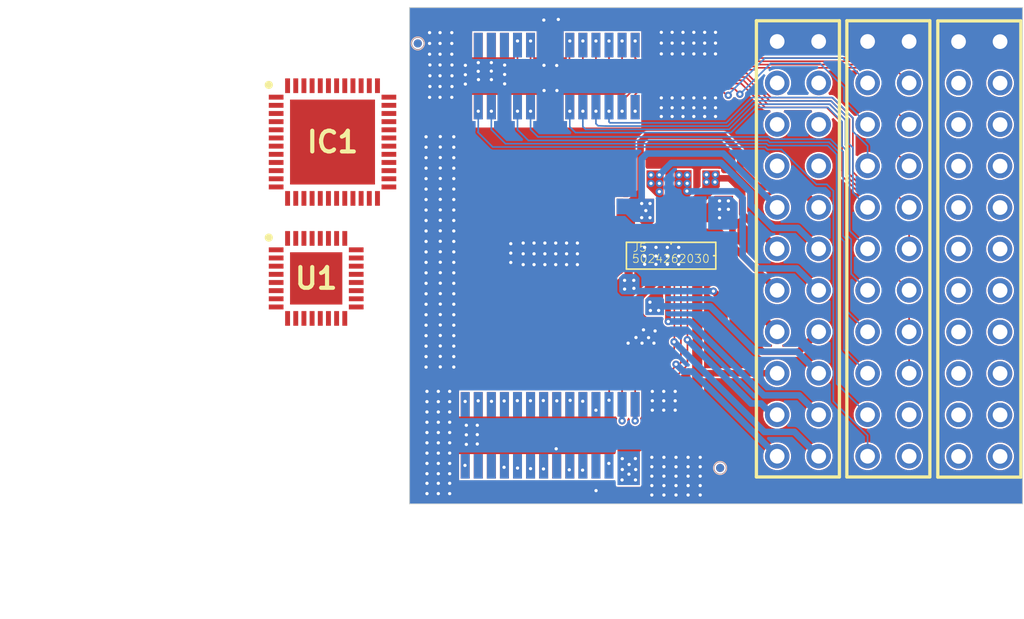
<source format=kicad_pcb>
(kicad_pcb (version 20221018) (generator pcbnew)
  (layers (0 "F.Cu" signal "Top Layer") (1 "In1.Cu" signal "GND Layer") (2 "In2.Cu" signal "Layer 1") (31 "B.Cu" signal "Bottom Layer") (34 "B.Paste" user "Bottom Paste") (35 "F.Paste" user "Top Paste") (36 "B.SilkS" user "Bottom Overlay") (37 "F.SilkS" user "Top Overlay") (38 "B.Mask" user "Bottom Solder") (39 "F.Mask" user "Top Solder") (44 "Edge.Cuts" user))
  (net 0 "")
  (net 1 "VDD_1V2")
  (net 2 "4V5")
  (net 3 "BATH")
  (net 4 "G")
  (net 5 "VREF_L")
  (net 6 "VREF_H")
  (net 7 "VREF_E")
  (net 8 "VREF_COL")
  (net 9 "VREF_C")
  (net 10 "VDD_D")
  (net 11 "VDD_A")
  (net 12 "VCM")
  (net 13 "/DAC_SDI")
  (net 14 "/DAC_SCK")
  (net 15 "/\\DAC_CS")
  (net 16 "/B_MODE_1")
  (net 17 "/B_SER_B7")
  (net 18 "/B_SER_B5")
  (net 19 "/B_SER_B4")
  (net 20 "/B_SER_B6")
  (net 21 "/B_SER_CLK_1")
  (net 22 "/B_MODE_0")
  (net 23 "/\\B_SPI_CS")
  (net 27 "/SPI_CLK")
  (net 28 "/SPI_DATA")
  (net 29 "/\\SPI_CS")
  (net 30 "/MODE_0")
  (net 31 "/SER_CLK_1")
  (net 32 "/SER_B6")
  (net 33 "/SER_B4")
  (net 34 "/SER_B5")
  (net 35 "/SER_B7")
  (net 36 "/MODE_1")
  (net 40 "/PB_0")
  (net 41 "/M0_B")
  (net 42 "/M1_B")
  (net 43 "/PB_1")
  (net 44 "/SER_CLK_0")
  (net 45 "/SER_B1")
  (net 46 "/SER_B3")
  (net 47 "/SCLK")
  (net 48 "/OSC_CLK")
  (net 49 "/SER_B2")
  (net 50 "/SER_B0")
  (net 51 "/\\B_DAC_CS")
  (net 53 "/B_SER_B0")
  (net 54 "/B_SER_B2")
  (net 56 "/B_SER_B3")
  (net 57 "/B_SER_B1")
  (net 58 "/B_SER_CLK_0")
  (net 59 "/B_PB_1")
  (net 62 "/B_PB_0")
  (footprint "Footprints:MFID0508" (layer "F.Cu") (at 130.25197 92.0036 90)
    (fp_text reference "FID2" hide)
    (fp_text value "FIDUCIAL" hide)
  )
  (footprint "FDM_footprints:J524653071_Board2Board" (layer "F.Cu") (at 138.75197 94.0036 -90)
    (fp_text reference "J6" hide)
    (fp_text value "MOLEX-524653071" hide)
  )
  (footprint "Footprints:HDR2X11" (layer "F.Cu") (at 157.77622 91.8836 -90)
    (fp_text reference "P12" hide)
    (fp_text value "Header 11X2" hide)
  )
  (footprint "Footprints:CAPC1709X50N" (layer "F.Cu") (at 144.77197 99.4736 90)
    (fp_text reference "C206" hide)
    (fp_text value "10uF" hide)
  )
  (footprint "FDM_footprints:J524653071_Board2Board" (layer "F.Cu") (at 138.75197 116.0036 -90)
    (fp_text reference "J200" hide)
    (fp_text value "MOLEX-524653071" hide)
  )
  (footprint "Footprints:HDR2X11" (layer "F.Cu") (at 163.34197 91.8936 -90)
    (fp_text reference "P13" hide)
    (fp_text value "Header 11X2" hide)
  )
  (footprint "Footprints:CAPC1709X50N" (layer "F.Cu") (at 142.70197 108.9536 -90)
    (fp_text reference "C205" hide)
    (fp_text value "10uF" hide)
  )
  (footprint "Footprints:MFID0508" (layer "F.Cu") (at 148.75197 118.0036 90)
    (fp_text reference "FID1" hide)
    (fp_text value "FIDUCIAL" hide)
  )
  (footprint "Samacsys:QFN50P700X700X80-49N" (layer "F.Cu") (at 125.03298 98.0436)
    (fp_text reference "IC1")
    (fp_text value "DS90UB914ATRHSJQ1" hide)
  )
  (footprint "Footprints:HDR2X11" (layer "F.Cu") (at 152.24197 91.8836 -90)
    (fp_text reference "P11" hide)
    (fp_text value "Header 11X2" hide)
  )
  (footprint "Footprints:JMOLEX-0559090274V1" (layer "F.Cu") (at 145.75197 105.0036 -90)
    (fp_text reference "J5" hide)
    (fp_text value "5024262030" hide)
  )
  (footprint "Footprints:CAPC1709X50N" (layer "F.Cu") (at 148.19621 99.4736 90)
    (fp_text reference "C207" hide)
    (fp_text value "10uF" hide)
  )
  (footprint "Footprints:CAPC1709X50N" (layer "F.Cu") (at 146.48409 99.4736 90)
    (fp_text reference "C204" hide)
    (fp_text value "10uF" hide)
  )
  (footprint "Footprints:CAPC1709X50N" (layer "F.Cu") (at 142.93197 101.2036 90)
    (fp_text reference "C200" hide)
    (fp_text value "10uF" hide)
  )
  (footprint "Samacsys:QFN50P500X500X80-33N" (layer "F.Cu") (at 124.03298 106.3936)
    (fp_text reference "U1")
    (fp_text value "DS90UB913ATRTVTQ1" hide)
  )
  (footprint "Footprints:MFID0508" (layer "B.Cu") (at 148.75197 118.0036 90)
    (fp_text reference "FID4" hide)
    (fp_text value "FIDUCIAL" hide)
  )
  (footprint "Footprints:MFID0508" (layer "B.Cu") (at 130.25197 92.0036 90)
    (fp_text reference "FID3" hide)
    (fp_text value "FIDUCIAL" hide)
  )
  (footprint "FDM_footprints:J524653071_Board2Board" (layer "B.Cu") (at 138.75197 116.0036 -90)
    (fp_text reference "J100" hide)
    (fp_text value "MOLEX-524653071" hide)
  )
  (footprint "Footprints:CAPC1709X50N" (layer "B.Cu") (at 147.71654 102.88849 180)
    (fp_text reference "C201" hide)
    (fp_text value "10uF" hide)
  )
  (footprint "Footprints:CAPC1709X50N" (layer "B.Cu") (at 144.79197 108.9536 -90)
    (fp_text reference "C203" hide)
    (fp_text value "10uF" hide)
  )
  (footprint "Footprints:CAPC1709X50N" (layer "B.Cu") (at 142.93197 101.2036 90)
    (fp_text reference "C202" hide)
    (fp_text value "10uF" hide)
  )
  (footprint "FDM_footprints:J524653071_Board2Board" (layer "B.Cu") (at 138.75197 94.0036 -90)
    (fp_text reference "J7" hide)
    (fp_text value "MOLEX-524653071" hide)
  )
  (gr_line (start 129.74197 89.8036) (end 129.74197 120.2036) (stroke (width 0.05)) (layer "Edge.Cuts"))
  (gr_line (start 167.26023 89.8036) (end 129.74197 89.8036) (stroke (width 0.05)) (layer "Edge.Cuts"))
  (gr_line (start 129.74197 120.2036) (end 167.26023 120.2036) (stroke (width 0.05)) (layer "Edge.Cuts"))
  (gr_line (start 167.26023 120.2036) (end 167.26023 89.8036) (stroke (width 0.05)) (layer "Edge.Cuts"))
  (via (at 135.52953 117.96188) (size 0.45) (drill 0.2) (layers "F.Cu" "B.Cu") (net 0))
  (via (at 137.94197 118.0636) (size 0.45) (drill 0.2) (layers "F.Cu" "B.Cu") (net 0))
  (via (at 133.13915 117.84571) (size 0.45) (drill 0.2) (layers "F.Cu" "B.Cu") (net 0))
  (via (at 137.14995 118.04496) (size 0.45) (drill 0.2) (layers "F.Cu" "B.Cu") (net 0))
  (via (at 136.35396 118.00832) (size 0.45) (drill 0.2) (layers "F.Cu" "B.Cu") (net 0))
  (segment (start 147.55197 103.6886) (end 147.55197 103.6296) (width 0.2) (layer "F.Cu") (net 1))
  (segment (start 149.00519 106.42682) (end 149.00519 103.81897) (width 0.4) (layer "F.Cu") (net 1))
  (segment (start 149.00519 106.42682) (end 152.23891 109.66054) (width 0.4) (layer "F.Cu") (net 1))
  (segment (start 147.64197 103.5396) (end 148.72582 103.5396) (width 0.4) (layer "F.Cu") (net 1))
  (segment (start 147.55197 103.6296) (end 147.64197 103.5396) (width 0.2) (layer "F.Cu") (net 1))
  (segment (start 152.23891 110.16266) (end 152.23891 109.66054) (width 0.4) (layer "F.Cu") (net 1))
  (segment (start 148.72582 103.5396) (end 149.00519 103.81897) (width 0.4) (layer "F.Cu") (net 1))
  (segment (start 147.49197 112.2036) (end 152.24197 112.2036) (width 0.4) (layer "F.Cu") (net 2))
  (segment (start 147.34197 112.3036) (end 147.39197 112.3036) (width 0.4) (layer "F.Cu") (net 2))
  (segment (start 147.39197 112.3036) (end 147.49197 112.2036) (width 0.4) (layer "F.Cu") (net 2))
  (via (at 143.17197 118.3836) (size 0.45) (drill 0.2) (layers "F.Cu" "B.Cu") (net 2))
  (via (at 142.76467 118.09849) (size 0.45) (drill 0.2) (layers "F.Cu" "B.Cu") (net 2))
  (via (at 143.58502 118.09849) (size 0.45) (drill 0.2) (layers "F.Cu" "B.Cu") (net 2))
  (via (at 143.56505 117.4273) (size 0.45) (drill 0.2) (layers "F.Cu" "B.Cu") (net 2))
  (via (at 142.75048 118.73616) (size 0.45) (drill 0.2) (layers "F.Cu" "B.Cu") (net 2))
  (via (at 143.18232 117.78876) (size 0.45) (drill 0.2) (layers "F.Cu" "B.Cu") (net 2))
  (via (at 143.57197 118.73616) (size 0.45) (drill 0.2) (layers "F.Cu" "B.Cu") (net 2))
  (via (at 142.76287 117.43309) (size 0.45) (drill 0.2) (layers "F.Cu" "B.Cu") (net 2))
  (segment (start 145.56197 109.02002) (end 145.56197 106.5936) (width 0.35) (layer "F.Cu") (net 3))
  (segment (start 145.56197 109.02002) (end 145.57879 109.03684) (width 0.35) (layer "F.Cu") (net 3))
  (via (at 145.57879 109.03684) (size 0.45) (drill 0.2) (layers "F.Cu" "B.Cu") (net 3))
  (segment (start 151.42197 113.5536) (end 153.59197 113.5536) (width 0.4) (layer "B.Cu") (net 3))
  (segment (start 153.59197 113.5536) (end 154.78197 114.7436) (width 0.4) (layer "B.Cu") (net 3))
  (segment (start 145.57879 109.03684) (end 145.58203 109.0336) (width 0.4) (layer "B.Cu") (net 3))
  (segment (start 146.90197 109.0336) (end 151.42197 113.5536) (width 0.4) (layer "B.Cu") (net 3))
  (segment (start 145.58203 109.0336) (end 146.90197 109.0336) (width 0.4) (layer "B.Cu") (net 3))
  (via (at 147.14237 91.32361) (size 0.45) (drill 0.2) (layers "F.Cu" "B.Cu") (net 4))
  (via (at 146.05197 118.50454) (size 0.45) (drill 0.2) (layers "F.Cu" "B.Cu") (net 4))
  (via (at 132.33197 92.00361) (size 0.45) (drill 0.2) (layers "F.Cu" "B.Cu") (net 4))
  (via (at 146.4789 91.32361) (size 0.45) (drill 0.2) (layers "F.Cu" "B.Cu") (net 4))
  (via (at 132.45362 109.25828) (size 0.45) (drill 0.2) (layers "F.Cu" "B.Cu") (net 4))
  (via (at 145.31197 117.35049) (size 0.45) (drill 0.2) (layers "F.Cu" "B.Cu") (net 4))
  (via (at 131.62704 106.04422) (size 0.45) (drill 0.2) (layers "F.Cu" "B.Cu") (net 4))
  (via (at 134.7497 93.69843) (size 0.45) (drill 0.2) (layers "F.Cu" "B.Cu") (net 4))
  (via (at 145.15197 92.64361) (size 0.45) (drill 0.2) (layers "F.Cu" "B.Cu") (net 4))
  (via (at 130.75704 106.05422) (size 0.45) (drill 0.2) (layers "F.Cu" "B.Cu") (net 4))
  (via (at 131.61197 93.32361) (size 0.45) (drill 0.2) (layers "F.Cu" "B.Cu") (net 4))
  (via (at 132.45362 99.64272) (size 0.45) (drill 0.2) (layers "F.Cu" "B.Cu") (net 4))
  (via (at 131.62704 99.63384) (size 0.45) (drill 0.2) (layers "F.Cu" "B.Cu") (net 4))
  (via (at 147.53196 119.08157) (size 0.45) (drill 0.2) (layers "F.Cu" "B.Cu") (net 4))
  (via (at 139.35478 104.22852) (size 0.45) (drill 0.2) (layers "F.Cu" "B.Cu") (net 4))
  (via (at 134.75493 94.2205) (size 0.45) (drill 0.2) (layers "F.Cu" "B.Cu") (net 4))
  (via (at 131.62704 98.35177) (size 0.45) (drill 0.2) (layers "F.Cu" "B.Cu") (net 4))
  (via (at 131.61197 94.6436) (size 0.45) (drill 0.2) (layers "F.Cu" "B.Cu") (net 4))
  (via (at 145.31197 117.92752) (size 0.45) (drill 0.2) (layers "F.Cu" "B.Cu") (net 4))
  (via (at 132.45362 111.82243) (size 0.45) (drill 0.2) (layers "F.Cu" "B.Cu") (net 4))
  (via (at 146.79196 117.92752) (size 0.45) (drill 0.2) (layers "F.Cu" "B.Cu") (net 4))
  (via (at 145.30197 113.3136) (size 0.45) (drill 0.2) (layers "F.Cu" "B.Cu") (net 4))
  (via (at 135.56564 94.47851) (size 0.45) (drill 0.2) (layers "F.Cu" "B.Cu") (net 4))
  (via (at 144.13197 104.4936) (size 0.45) (drill 0.2) (layers "F.Cu" "B.Cu") (net 4))
  (via (at 132.45362 106.69413) (size 0.45) (drill 0.2) (layers "F.Cu" "B.Cu") (net 4))
  (via (at 148.46931 95.3376) (size 0.45) (drill 0.2) (layers "F.Cu" "B.Cu") (net 4))
  (via (at 145.81544 96.47791) (size 0.45) (drill 0.2) (layers "F.Cu" "B.Cu") (net 4))
  (via (at 132.45362 107.9762) (size 0.45) (drill 0.2) (layers "F.Cu" "B.Cu") (net 4))
  (via (at 130.75704 97.72073) (size 0.45) (drill 0.2) (layers "F.Cu" "B.Cu") (net 4))
  (via (at 145.15197 91.32361) (size 0.45) (drill 0.2) (layers "F.Cu" "B.Cu") (net 4))
  (via (at 136.70091 104.22852) (size 0.45) (drill 0.2) (layers "F.Cu" "B.Cu") (net 4))
  (via (at 145.15197 96.47791) (size 0.45) (drill 0.2) (layers "F.Cu" "B.Cu") (net 4))
  (via (at 132.45362 100.28375) (size 0.45) (drill 0.2) (layers "F.Cu" "B.Cu") (net 4))
  (via (at 130.75704 102.20799) (size 0.45) (drill 0.2) (layers "F.Cu" "B.Cu") (net 4))
  (via (at 132.45362 109.89932) (size 0.45) (drill 0.2) (layers "F.Cu" "B.Cu") (net 4))
  (via (at 132.45362 102.20687) (size 0.45) (drill 0.2) (layers "F.Cu" "B.Cu") (net 4))
  (via (at 146.4789 95.9436) (size 0.45) (drill 0.2) (layers "F.Cu" "B.Cu") (net 4))
  (via (at 147.53196 118.50454) (size 0.45) (drill 0.2) (layers "F.Cu" "B.Cu") (net 4))
  (via (at 144.06197 109.5436) (size 0.45) (drill 0.2) (layers "F.Cu" "B.Cu") (net 4))
  (via (at 144.13197 105.02435) (size 0.45) (drill 0.2) (layers "F.Cu" "B.Cu") (net 4))
  (via (at 132.20197 115.83361) (size 0.45) (drill 0.2) (layers "F.Cu" "B.Cu") (net 4))
  (via (at 144.57197 118.50454) (size 0.45) (drill 0.2) (layers "F.Cu" "B.Cu") (net 4))
  (via (at 130.75704 98.36177) (size 0.45) (drill 0.2) (layers "F.Cu" "B.Cu") (net 4))
  (via (at 144.60197 114.4636) (size 0.45) (drill 0.2) (layers "F.Cu" "B.Cu") (net 4))
  (via (at 132.45362 108.61724) (size 0.45) (drill 0.2) (layers "F.Cu" "B.Cu") (net 4))
  (via (at 130.97197 91.34361) (size 0.45) (drill 0.2) (layers "F.Cu" "B.Cu") (net 4))
  (via (at 130.75704 104.77214) (size 0.45) (drill 0.2) (layers "F.Cu" "B.Cu") (net 4))
  (via (at 137.36437 104.88851) (size 0.45) (drill 0.2) (layers "F.Cu" "B.Cu") (net 4))
  (via (at 132.33197 91.34361) (size 0.45) (drill 0.2) (layers "F.Cu" "B.Cu") (net 4))
  (via (at 130.75704 102.84903) (size 0.45) (drill 0.2) (layers "F.Cu" "B.Cu") (net 4))
  (via (at 145.15197 95.9436) (size 0.45) (drill 0.2) (layers "F.Cu" "B.Cu") (net 4))
  (via (at 132.34197 94.6436) (size 0.45) (drill 0.2) (layers "F.Cu" "B.Cu") (net 4))
  (via (at 133.16197 93.9186) (size 0.45) (drill 0.2) (layers "F.Cu" "B.Cu") (net 4))
  (via (at 132.45362 97.7196) (size 0.45) (drill 0.2) (layers "F.Cu" "B.Cu") (net 4))
  (via (at 140.01825 104.22852) (size 0.45) (drill 0.2) (layers "F.Cu" "B.Cu") (net 4))
  (via (at 131.62704 102.83903) (size 0.45) (drill 0.2) (layers "F.Cu" "B.Cu") (net 4))
  (via (at 131.62704 110.53148) (size 0.45) (drill 0.2) (layers "F.Cu" "B.Cu") (net 4))
  (via (at 145.81544 91.32361) (size 0.45) (drill 0.2) (layers "F.Cu" "B.Cu") (net 4))
  (via (at 139.35478 104.88851) (size 0.45) (drill 0.2) (layers "F.Cu" "B.Cu") (net 4))
  (via (at 147.53196 117.92752) (size 0.45) (drill 0.2) (layers "F.Cu" "B.Cu") (net 4))
  (via (at 144.57197 117.92752) (size 0.45) (drill 0.2) (layers "F.Cu" "B.Cu") (net 4))
  (via (at 145.31197 118.50454) (size 0.45) (drill 0.2) (layers "F.Cu" "B.Cu") (net 4))
  (via (at 148.46931 91.32361) (size 0.45) (drill 0.2) (layers "F.Cu" "B.Cu") (net 4))
  (via (at 131.62704 100.91592) (size 0.45) (drill 0.2) (layers "F.Cu" "B.Cu") (net 4))
  (via (at 146.05197 119.6586) (size 0.45) (drill 0.2) (layers "F.Cu" "B.Cu") (net 4))
  (via (at 135.9409 105.41851) (size 0.45) (drill 0.2) (layers "F.Cu" "B.Cu") (net 4))
  (via (at 131.62704 103.48007) (size 0.45) (drill 0.2) (layers "F.Cu" "B.Cu") (net 4))
  (via (at 130.75704 109.25941) (size 0.45) (drill 0.2) (layers "F.Cu" "B.Cu") (net 4))
  (via (at 146.05197 117.35049) (size 0.45) (drill 0.2) (layers "F.Cu" "B.Cu") (net 4))
  (via (at 130.97197 92.66361) (size 0.45) (drill 0.2) (layers "F.Cu" "B.Cu") (net 4))
  (via (at 144.82668 104.4936) (size 0.45) (drill 0.2) (layers "F.Cu" "B.Cu") (net 4))
  (via (at 133.89197 115.38771) (size 0.45) (drill 0.2) (layers "F.Cu" "B.Cu") (net 4))
  (via (at 143.60197 110.0136) (size 0.45) (drill 0.2) (layers "F.Cu" "B.Cu") (net 4))
  (via (at 131.62704 101.55695) (size 0.45) (drill 0.2) (layers "F.Cu" "B.Cu") (net 4))
  (via (at 133.22089 115.97332) (size 0.45) (drill 0.2) (layers "F.Cu" "B.Cu") (net 4))
  (via (at 130.75704 99.0028) (size 0.45) (drill 0.2) (layers "F.Cu" "B.Cu") (net 4))
  (via (at 130.97197 92.00361) (size 0.45) (drill 0.2) (layers "F.Cu" "B.Cu") (net 4))
  (via (at 132.34197 93.32361) (size 0.45) (drill 0.2) (layers "F.Cu" "B.Cu") (net 4))
  (via (at 145.15197 91.98361) (size 0.45) (drill 0.2) (layers "F.Cu" "B.Cu") (net 4))
  (via (at 131.62704 109.24941) (size 0.45) (drill 0.2) (layers "F.Cu" "B.Cu") (net 4))
  (via (at 140.01825 104.88851) (size 0.45) (drill 0.2) (layers "F.Cu" "B.Cu") (net 4))
  (via (at 130.97197 95.3036) (size 0.45) (drill 0.2) (layers "F.Cu" "B.Cu") (net 4))
  (via (at 132.45362 99.00168) (size 0.45) (drill 0.2) (layers "F.Cu" "B.Cu") (net 4))
  (via (at 130.99197 94.6436) (size 0.45) (drill 0.2) (layers "F.Cu" "B.Cu") (net 4))
  (via (at 137.97197 93.34361) (size 0.45) (drill 0.2) (layers "F.Cu" "B.Cu") (net 4))
  (via (at 147.53327 117.35049) (size 0.45) (drill 0.2) (layers "F.Cu" "B.Cu") (net 4))
  (via (at 147.14237 96.47791) (size 0.45) (drill 0.2) (layers "F.Cu" "B.Cu") (net 4))
  (via (at 138.69131 104.88851) (size 0.45) (drill 0.2) (layers "F.Cu" "B.Cu") (net 4))
  (via (at 132.20197 117.7236) (size 0.45) (drill 0.2) (layers "F.Cu" "B.Cu") (net 4))
  (via (at 132.45362 98.36064) (size 0.45) (drill 0.2) (layers "F.Cu" "B.Cu") (net 4))
  (via (at 131.50697 119.5736) (size 0.45) (drill 0.2) (layers "F.Cu" "B.Cu") (net 4))
  (via (at 132.20197 118.9436) (size 0.45) (drill 0.2) (layers "F.Cu" "B.Cu") (net 4))
  (via (at 132.20197 118.3536) (size 0.45) (drill 0.2) (layers "F.Cu" "B.Cu") (net 4))
  (via (at 131.50697 113.31361) (size 0.45) (drill 0.2) (layers "F.Cu" "B.Cu") (net 4))
  (via (at 132.20197 116.4636) (size 0.45) (drill 0.2) (layers "F.Cu" "B.Cu") (net 4))
  (via (at 137.97818 94.8876) (size 0.45) (drill 0.2) (layers "F.Cu" "B.Cu") (net 4))
  (via (at 130.75704 108.61837) (size 0.45) (drill 0.2) (layers "F.Cu" "B.Cu") (net 4))
  (via (at 146.00197 113.3136) (size 0.45) (drill 0.2) (layers "F.Cu" "B.Cu") (net 4))
  (via (at 137.36437 105.54851) (size 0.45) (drill 0.2) (layers "F.Cu" "B.Cu") (net 4))
  (via (at 131.50697 118.9436) (size 0.45) (drill 0.2) (layers "F.Cu" "B.Cu") (net 4))
  (via (at 131.62704 105.40318) (size 0.45) (drill 0.2) (layers "F.Cu" "B.Cu") (net 4))
  (via (at 133.22089 116.55832) (size 0.45) (drill 0.2) (layers "F.Cu" "B.Cu") (net 4))
  (via (at 148.46931 95.9436) (size 0.45) (drill 0.2) (layers "F.Cu" "B.Cu") (net 4))
  (via (at 147.80584 91.98361) (size 0.45) (drill 0.2) (layers "F.Cu" "B.Cu") (net 4))
  (via (at 144.60197 113.3136) (size 0.45) (drill 0.2) (layers "F.Cu" "B.Cu") (net 4))
  (via (at 130.75704 107.97733) (size 0.45) (drill 0.2) (layers "F.Cu" "B.Cu") (net 4))
  (via (at 131.62704 108.60837) (size 0.45) (drill 0.2) (layers "F.Cu" "B.Cu") (net 4))
  (via (at 133.96296 94.22067) (size 0.45) (drill 0.2) (layers "F.Cu" "B.Cu") (net 4))
  (via (at 144.37197 110.0236) (size 0.45) (drill 0.2) (layers "F.Cu" "B.Cu") (net 4))
  (via (at 140.01825 105.54851) (size 0.45) (drill 0.2) (layers "F.Cu" "B.Cu") (net 4))
  (via (at 147.14237 95.9436) (size 0.45) (drill 0.2) (layers "F.Cu" "B.Cu") (net 4))
  (via (at 132.20197 114.57361) (size 0.45) (drill 0.2) (layers "F.Cu" "B.Cu") (net 4))
  (via (at 138.02784 105.54851) (size 0.45) (drill 0.2) (layers "F.Cu" "B.Cu") (net 4))
  (via (at 132.20197 115.20361) (size 0.45) (drill 0.2) (layers "F.Cu" "B.Cu") (net 4))
  (via (at 145.81544 95.3376) (size 0.45) (drill 0.2) (layers "F.Cu" "B.Cu") (net 4))
  (via (at 138.75197 93.35361) (size 0.45) (drill 0.2) (layers "F.Cu" "B.Cu") (net 4))
  (via (at 145.31197 119.6586) (size 0.45) (drill 0.2) (layers "F.Cu" "B.Cu") (net 4))
  (via (at 130.75704 100.28488) (size 0.45) (drill 0.2) (layers "F.Cu" "B.Cu") (net 4))
  (via (at 131.62704 104.76214) (size 0.45) (drill 0.2) (layers "F.Cu" "B.Cu") (net 4))
  (via (at 130.99197 93.32361) (size 0.45) (drill 0.2) (layers "F.Cu" "B.Cu") (net 4))
  (via (at 145.52139 104.4936) (size 0.45) (drill 0.2) (layers "F.Cu" "B.Cu") (net 4))
  (via (at 135.56564 93.90351) (size 0.45) (drill 0.2) (layers "F.Cu" "B.Cu") (net 4))
  (via (at 132.45362 111.18139) (size 0.45) (drill 0.2) (layers "F.Cu" "B.Cu") (net 4))
  (via (at 146.21611 104.4936) (size 0.45) (drill 0.2) (layers "F.Cu" "B.Cu") (net 4))
  (via (at 145.81544 92.64361) (size 0.45) (drill 0.2) (layers "F.Cu" "B.Cu") (net 4))
  (via (at 131.50697 113.94361) (size 0.45) (drill 0.2) (layers "F.Cu" "B.Cu") (net 4))
  (via (at 141.15811 119.39056) (size 0.45) (drill 0.2) (layers "F.Cu" "B.Cu") (net 4))
  (via (at 132.45362 106.05309) (size 0.45) (drill 0.2) (layers "F.Cu" "B.Cu") (net 4))
  (via (at 147.14237 95.3376) (size 0.45) (drill 0.2) (layers "F.Cu" "B.Cu") (net 4))
  (via (at 147.80584 96.47791) (size 0.45) (drill 0.2) (layers "F.Cu" "B.Cu") (net 4))
  (via (at 130.81197 117.7236) (size 0.45) (drill 0.2) (layers "F.Cu" "B.Cu") (net 4))
  (via (at 133.16197 93.34361) (size 0.45) (drill 0.2) (layers "F.Cu" "B.Cu") (net 4))
  (via (at 146.4789 91.98361) (size 0.45) (drill 0.2) (layers "F.Cu" "B.Cu") (net 4))
  (via (at 131.62704 106.68525) (size 0.45) (drill 0.2) (layers "F.Cu" "B.Cu") (net 4))
  (via (at 131.61197 95.3036) (size 0.45) (drill 0.2) (layers "F.Cu" "B.Cu") (net 4))
  (via (at 147.14237 91.98361) (size 0.45) (drill 0.2) (layers "F.Cu" "B.Cu") (net 4))
  (via (at 130.75704 111.18252) (size 0.45) (drill 0.2) (layers "F.Cu" "B.Cu") (net 4))
  (via (at 145.81544 95.9436) (size 0.45) (drill 0.2) (layers "F.Cu" "B.Cu") (net 4))
  (via (at 132.45362 101.56583) (size 0.45) (drill 0.2) (layers "F.Cu" "B.Cu") (net 4))
  (via (at 131.61197 93.9836) (size 0.45) (drill 0.2) (layers "F.Cu" "B.Cu") (net 4))
  (via (at 131.62704 109.89044) (size 0.45) (drill 0.2) (layers "F.Cu" "B.Cu") (net 4))
  (via (at 136.70091 104.88851) (size 0.45) (drill 0.2) (layers "F.Cu" "B.Cu") (net 4))
  (via (at 134.75197 93.1786) (size 0.45) (drill 0.2) (layers "F.Cu" "B.Cu") (net 4))
  (via (at 131.50697 117.7236) (size 0.45) (drill 0.2) (layers "F.Cu" "B.Cu") (net 4))
  (via (at 147.80584 92.64361) (size 0.45) (drill 0.2) (layers "F.Cu" "B.Cu") (net 4))
  (via (at 144.57197 117.35049) (size 0.45) (drill 0.2) (layers "F.Cu" "B.Cu") (net 4))
  (via (at 146.79196 118.50454) (size 0.45) (drill 0.2) (layers "F.Cu" "B.Cu") (net 4))
  (via (at 135.9409 104.26852) (size 0.45) (drill 0.2) (layers "F.Cu" "B.Cu") (net 4))
  (via (at 130.75704 111.82356) (size 0.45) (drill 0.2) (layers "F.Cu" "B.Cu") (net 4))
  (via (at 130.75704 105.41318) (size 0.45) (drill 0.2) (layers "F.Cu" "B.Cu") (net 4))
  (via (at 130.81197 118.9436) (size 0.45) (drill 0.2) (layers "F.Cu" "B.Cu") (net 4))
  (via (at 131.62704 111.81356) (size 0.45) (drill 0.2) (layers "F.Cu" "B.Cu") (net 4))
  (via (at 147.53196 119.6586) (size 0.45) (drill 0.2) (layers "F.Cu" "B.Cu") (net 4))
  (via (at 144.57197 119.08157) (size 0.45) (drill 0.2) (layers "F.Cu" "B.Cu") (net 4))
  (via (at 131.62704 98.9928) (size 0.45) (drill 0.2) (layers "F.Cu" "B.Cu") (net 4))
  (via (at 138.76393 94.8876) (size 0.45) (drill 0.2) (layers "F.Cu" "B.Cu") (net 4))
  (via (at 137.36437 104.22852) (size 0.45) (drill 0.2) (layers "F.Cu" "B.Cu") (net 4))
  (via (at 131.50697 118.3536) (size 0.45) (drill 0.2) (layers "F.Cu" "B.Cu") (net 4))
  (via (at 146.05197 119.08157) (size 0.45) (drill 0.2) (layers "F.Cu" "B.Cu") (net 4))
  (via (at 131.62704 107.96733) (size 0.45) (drill 0.2) (layers "F.Cu" "B.Cu") (net 4))
  (via (at 130.75704 104.1311) (size 0.45) (drill 0.2) (layers "F.Cu" "B.Cu") (net 4))
  (via (at 130.75704 99.64384) (size 0.45) (drill 0.2) (layers "F.Cu" "B.Cu") (net 4))
  (via (at 130.75704 100.92592) (size 0.45) (drill 0.2) (layers "F.Cu" "B.Cu") (net 4))
  (via (at 145.81544 91.98361) (size 0.45) (drill 0.2) (layers "F.Cu" "B.Cu") (net 4))
  (via (at 131.61197 92.66361) (size 0.45) (drill 0.2) (layers "F.Cu" "B.Cu") (net 4))
  (via (at 144.82668 105.53102) (size 0.45) (drill 0.2) (layers "F.Cu" "B.Cu") (net 4))
  (via (at 131.62704 104.1211) (size 0.45) (drill 0.2) (layers "F.Cu" "B.Cu") (net 4))
  (via (at 130.75704 107.33629) (size 0.45) (drill 0.2) (layers "F.Cu" "B.Cu") (net 4))
  (via (at 132.45362 105.41205) (size 0.45) (drill 0.2) (layers "F.Cu" "B.Cu") (net 4))
  (via (at 130.81197 113.31361) (size 0.45) (drill 0.2) (layers "F.Cu" "B.Cu") (net 4))
  (via (at 133.94939 93.712) (size 0.45) (drill 0.2) (layers "F.Cu" "B.Cu") (net 4))
  (via (at 144.60197 113.8886) (size 0.45) (drill 0.2) (layers "F.Cu" "B.Cu") (net 4))
  (via (at 146.4789 95.3376) (size 0.45) (drill 0.2) (layers "F.Cu" "B.Cu") (net 4))
  (via (at 130.75704 109.90044) (size 0.45) (drill 0.2) (layers "F.Cu" "B.Cu") (net 4))
  (via (at 131.62704 97.71073) (size 0.45) (drill 0.2) (layers "F.Cu" "B.Cu") (net 4))
  (via (at 133.89197 116.5336) (size 0.45) (drill 0.2) (layers "F.Cu" "B.Cu") (net 4))
  (via (at 131.62704 107.32629) (size 0.45) (drill 0.2) (layers "F.Cu" "B.Cu") (net 4))
  (via (at 130.75704 106.69525) (size 0.45) (drill 0.2) (layers "F.Cu" "B.Cu") (net 4))
  (via (at 146.05197 117.92752) (size 0.45) (drill 0.2) (layers "F.Cu" "B.Cu") (net 4))
  (via (at 131.62704 102.19799) (size 0.45) (drill 0.2) (layers "F.Cu" "B.Cu") (net 4))
  (via (at 132.45362 104.12998) (size 0.45) (drill 0.2) (layers "F.Cu" "B.Cu") (net 4))
  (via (at 132.33197 95.3036) (size 0.45) (drill 0.2) (layers "F.Cu" "B.Cu") (net 4))
  (via (at 144.70197 110.3596) (size 0.45) (drill 0.2) (layers "F.Cu" "B.Cu") (net 4))
  (via (at 131.50697 117.0936) (size 0.45) (drill 0.2) (layers "F.Cu" "B.Cu") (net 4))
  (via (at 144.57197 119.6586) (size 0.45) (drill 0.2) (layers "F.Cu" "B.Cu") (net 4))
  (via (at 146.4789 92.64361) (size 0.45) (drill 0.2) (layers "F.Cu" "B.Cu") (net 4))
  (via (at 131.50697 116.4636) (size 0.45) (drill 0.2) (layers "F.Cu" "B.Cu") (net 4))
  (via (at 145.31197 119.08157) (size 0.45) (drill 0.2) (layers "F.Cu" "B.Cu") (net 4))
  (via (at 146.00197 114.4636) (size 0.45) (drill 0.2) (layers "F.Cu" "B.Cu") (net 4))
  (via (at 145.52139 105.02435) (size 0.45) (drill 0.2) (layers "F.Cu" "B.Cu") (net 4))
  (via (at 146.21611 105.53102) (size 0.45) (drill 0.2) (layers "F.Cu" "B.Cu") (net 4))
  (via (at 147.80584 95.9436) (size 0.45) (drill 0.2) (layers "F.Cu" "B.Cu") (net 4))
  (via (at 146.79196 117.35049) (size 0.45) (drill 0.2) (layers "F.Cu" "B.Cu") (net 4))
  (via (at 138.72001 116.8296) (size 0.45) (drill 0.2) (layers "F.Cu" "B.Cu") (net 4))
  (via (at 132.45362 103.48894) (size 0.45) (drill 0.2) (layers "F.Cu" "B.Cu") (net 4))
  (via (at 132.20197 113.31361) (size 0.45) (drill 0.2) (layers "F.Cu" "B.Cu") (net 4))
  (via (at 132.45362 100.92479) (size 0.45) (drill 0.2) (layers "F.Cu" "B.Cu") (net 4))
  (via (at 133.95409 93.17989) (size 0.45) (drill 0.2) (layers "F.Cu" "B.Cu") (net 4))
  (via (at 138.69131 105.54851) (size 0.45) (drill 0.2) (layers "F.Cu" "B.Cu") (net 4))
  (via (at 138.02784 104.88851) (size 0.45) (drill 0.2) (layers "F.Cu" "B.Cu") (net 4))
  (via (at 131.61197 92.00361) (size 0.45) (drill 0.2) (layers "F.Cu" "B.Cu") (net 4))
  (via (at 145.30197 113.8886) (size 0.45) (drill 0.2) (layers "F.Cu" "B.Cu") (net 4))
  (via (at 132.45362 102.8479) (size 0.45) (drill 0.2) (layers "F.Cu" "B.Cu") (net 4))
  (via (at 147.80584 91.32361) (size 0.45) (drill 0.2) (layers "F.Cu" "B.Cu") (net 4))
  (via (at 131.50697 115.20361) (size 0.45) (drill 0.2) (layers "F.Cu" "B.Cu") (net 4))
  (via (at 132.45362 107.33517) (size 0.45) (drill 0.2) (layers "F.Cu" "B.Cu") (net 4))
  (via (at 144.13197 105.53102) (size 0.45) (drill 0.2) (layers "F.Cu" "B.Cu") (net 4))
  (via (at 130.81197 117.0936) (size 0.45) (drill 0.2) (layers "F.Cu" "B.Cu") (net 4))
  (via (at 133.89197 115.96065) (size 0.45) (drill 0.2) (layers "F.Cu" "B.Cu") (net 4))
  (via (at 148.46931 91.98361) (size 0.45) (drill 0.2) (layers "F.Cu" "B.Cu") (net 4))
  (via (at 130.81197 113.94361) (size 0.45) (drill 0.2) (layers "F.Cu" "B.Cu") (net 4))
  (via (at 130.75704 103.49007) (size 0.45) (drill 0.2) (layers "F.Cu" "B.Cu") (net 4))
  (via (at 132.33197 92.66361) (size 0.45) (drill 0.2) (layers "F.Cu" "B.Cu") (net 4))
  (via (at 130.81197 115.20361) (size 0.45) (drill 0.2) (layers "F.Cu" "B.Cu") (net 4))
  (via (at 144.82668 105.02435) (size 0.45) (drill 0.2) (layers "F.Cu" "B.Cu") (net 4))
  (via (at 148.46931 92.64361) (size 0.45) (drill 0.2) (layers "F.Cu" "B.Cu") (net 4))
  (via (at 132.45362 110.54036) (size 0.45) (drill 0.2) (layers "F.Cu" "B.Cu") (net 4))
  (via (at 130.81197 114.57361) (size 0.45) (drill 0.2) (layers "F.Cu" "B.Cu") (net 4))
  (via (at 145.15197 95.3376) (size 0.45) (drill 0.2) (layers "F.Cu" "B.Cu") (net 4))
  (via (at 143.97197 110.3596) (size 0.45) (drill 0.2) (layers "F.Cu" "B.Cu") (net 4))
  (via (at 143.12197 110.3596) (size 0.45) (drill 0.2) (layers "F.Cu" "B.Cu") (net 4))
  (via (at 146.79196 119.6586) (size 0.45) (drill 0.2) (layers "F.Cu" "B.Cu") (net 4))
  (via (at 132.45362 104.77102) (size 0.45) (drill 0.2) (layers "F.Cu" "B.Cu") (net 4))
  (via (at 132.20197 119.5736) (size 0.45) (drill 0.2) (layers "F.Cu" "B.Cu") (net 4))
  (via (at 130.99197 93.9836) (size 0.45) (drill 0.2) (layers "F.Cu" "B.Cu") (net 4))
  (via (at 138.02784 104.22852) (size 0.45) (drill 0.2) (layers "F.Cu" "B.Cu") (net 4))
  (via (at 131.61197 91.34361) (size 0.45) (drill 0.2) (layers "F.Cu" "B.Cu") (net 4))
  (via (at 131.50697 115.83361) (size 0.45) (drill 0.2) (layers "F.Cu" "B.Cu") (net 4))
  (via (at 131.50697 114.57361) (size 0.45) (drill 0.2) (layers "F.Cu" "B.Cu") (net 4))
  (via (at 132.20197 113.94361) (size 0.45) (drill 0.2) (layers "F.Cu" "B.Cu") (net 4))
  (via (at 133.22089 115.38832) (size 0.45) (drill 0.2) (layers "F.Cu" "B.Cu") (net 4))
  (via (at 130.81197 118.3536) (size 0.45) (drill 0.2) (layers "F.Cu" "B.Cu") (net 4))
  (via (at 132.34197 93.9836) (size 0.45) (drill 0.2) (layers "F.Cu" "B.Cu") (net 4))
  (via (at 146.79196 119.08157) (size 0.45) (drill 0.2) (layers "F.Cu" "B.Cu") (net 4))
  (via (at 136.70091 105.54851) (size 0.45) (drill 0.2) (layers "F.Cu" "B.Cu") (net 4))
  (via (at 146.4789 96.47791) (size 0.45) (drill 0.2) (layers "F.Cu" "B.Cu") (net 4))
  (via (at 130.75704 110.54148) (size 0.45) (drill 0.2) (layers "F.Cu" "B.Cu") (net 4))
  (via (at 147.14237 92.64361) (size 0.45) (drill 0.2) (layers "F.Cu" "B.Cu") (net 4))
  (via (at 131.62704 111.17252) (size 0.45) (drill 0.2) (layers "F.Cu" "B.Cu") (net 4))
  (via (at 148.46931 96.47791) (size 0.45) (drill 0.2) (layers "F.Cu" "B.Cu") (net 4))
  (via (at 138.84972 90.5345) (size 0.45) (drill 0.2) (layers "F.Cu" "B.Cu") (net 4))
  (via (at 139.35478 105.54851) (size 0.45) (drill 0.2) (layers "F.Cu" "B.Cu") (net 4))
  (via (at 146.21611 105.02435) (size 0.45) (drill 0.2) (layers "F.Cu" "B.Cu") (net 4))
  (via (at 130.81197 115.83361) (size 0.45) (drill 0.2) (layers "F.Cu" "B.Cu") (net 4))
  (via (at 145.30197 114.4636) (size 0.45) (drill 0.2) (layers "F.Cu" "B.Cu") (net 4))
  (via (at 135.9409 104.84351) (size 0.45) (drill 0.2) (layers "F.Cu" "B.Cu") (net 4))
  (via (at 144.77197 109.61102) (size 0.45) (drill 0.2) (layers "F.Cu" "B.Cu") (net 4))
  (via (at 131.62704 100.27488) (size 0.45) (drill 0.2) (layers "F.Cu" "B.Cu") (net 4))
  (via (at 146.00197 113.8886) (size 0.45) (drill 0.2) (layers "F.Cu" "B.Cu") (net 4))
  (via (at 133.16197 94.4936) (size 0.45) (drill 0.2) (layers "F.Cu" "B.Cu") (net 4))
  (via (at 132.20197 117.0936) (size 0.45) (drill 0.2) (layers "F.Cu" "B.Cu") (net 4))
  (via (at 130.81197 116.4636) (size 0.45) (drill 0.2) (layers "F.Cu" "B.Cu") (net 4))
  (via (at 135.56564 93.32851) (size 0.45) (drill 0.2) (layers "F.Cu" "B.Cu") (net 4))
  (via (at 130.81197 119.5736) (size 0.45) (drill 0.2) (layers "F.Cu" "B.Cu") (net 4))
  (via (at 147.80584 95.3376) (size 0.45) (drill 0.2) (layers "F.Cu" "B.Cu") (net 4))
  (via (at 138.69131 104.22852) (size 0.45) (drill 0.2) (layers "F.Cu" "B.Cu") (net 4))
  (via (at 130.75704 101.56695) (size 0.45) (drill 0.2) (layers "F.Cu" "B.Cu") (net 4))
  (via (at 137.96197 90.5736) (size 0.45) (drill 0.2) (layers "F.Cu" "B.Cu") (net 4))
  (via (at 145.52139 105.53102) (size 0.45) (drill 0.2) (layers "F.Cu" "B.Cu") (net 4))
  (segment (start 148.51121 100.2616) (end 148.51121 100.09648) (width 0.4) (layer "F.Cu") (net 5))
  (segment (start 150.10197 102.4436) (end 152.24197 104.5836) (width 0.4) (layer "F.Cu") (net 5))
  (segment (start 148.45628 100.23987) (end 148.57312 100.35671) (width 0.4) (layer "F.Cu") (net 5))
  (segment (start 148.37712 100.1207) (end 148.45628 100.04154) (width 0.4) (layer "F.Cu") (net 5))
  (segment (start 150.10197 102.4436) (end 150.10197 101.03792) (width 0.4) (layer "F.Cu") (net 5))
  (segment (start 148.51121 100.2616) (end 149.32565 100.2616) (width 0.4) (layer "F.Cu") (net 5))
  (segment (start 149.32565 100.2616) (end 150.10197 101.03792) (width 0.4) (layer "F.Cu") (net 5))
  (segment (start 148.33992 100.39969) (end 148.43503 100.4948) (width 0.4) (layer "F.Cu") (net 5))
  (segment (start 148.19621 100.2616) (end 148.33711 100.1207) (width 0.4) (layer "F.Cu") (net 5))
  (segment (start 148.20183 100.2616) (end 148.33992 100.39969) (width 0.4) (layer "F.Cu") (net 5))
  (segment (start 148.45628 100.04154) (end 148.51121 100.09648) (width 0.4) (layer "F.Cu") (net 5))
  (segment (start 148.23449 100.2616) (end 148.45137 100.47847) (width 0.4) (layer "F.Cu") (net 5))
  (segment (start 148.33711 100.1207) (end 148.37712 100.1207) (width 0.4) (layer "F.Cu") (net 5))
  (segment (start 148.19621 100.2616) (end 148.23449 100.2616) (width 0.4) (layer "F.Cu") (net 5))
  (segment (start 148.45628 100.23987) (end 148.45628 100.04154) (width 0.4) (layer "F.Cu") (net 5))
  (via (at 148.45628 100.04154) (size 0.45) (drill 0.2) (layers "F.Cu" "B.Cu") (net 5))
  (via (at 148.43503 100.4948) (size 0.45) (drill 0.2) (layers "F.Cu" "B.Cu") (net 5))
  (via (at 147.91926 100.4948) (size 0.45) (drill 0.2) (layers "F.Cu" "B.Cu") (net 5))
  (via (at 147.91926 100.04154) (size 0.45) (drill 0.2) (layers "F.Cu" "B.Cu") (net 5))
  (segment (start 147.9124 100.06403) (end 147.92197 100.0736) (width 0.4) (layer "B.Cu") (net 5))
  (via (at 146.73535 100.5736) (size 0.45) (drill 0.2) (layers "F.Cu" "B.Cu") (net 6))
  (via (at 146.23563 100.5736) (size 0.45) (drill 0.2) (layers "F.Cu" "B.Cu") (net 6))
  (via (at 146.23563 100.06018) (size 0.45) (drill 0.2) (layers "F.Cu" "B.Cu") (net 6))
  (via locked (at 146.71742 101.04642) (size 0.45) (drill 0.2) (layers "F.Cu" "B.Cu") (net 6))
  (via (at 146.73535 100.06018) (size 0.45) (drill 0.2) (layers "F.Cu" "B.Cu") (net 6))
  (segment (start 150.13197 105.0136) (end 150.13197 101.47878) (width 0.4) (layer "B.Cu") (net 6))
  (segment (start 146.74718 101.06266) (end 149.71584 101.06266) (width 0.4) (layer "B.Cu") (net 6))
  (segment (start 146.73095 101.04642) (end 146.74718 101.06266) (width 0.4) (layer "B.Cu") (net 6))
  (segment (start 149.71584 101.06266) (end 150.13197 101.47878) (width 0.4) (layer "B.Cu") (net 6))
  (segment (start 150.13197 105.0136) (end 150.90197 105.7836) (width 0.4) (layer "B.Cu") (net 6))
  (segment (start 153.44197 105.7836) (end 154.78197 107.1236) (width 0.4) (layer "B.Cu") (net 6))
  (segment (start 146.71742 101.04642) (end 146.73095 101.04642) (width 0.4) (layer "B.Cu") (net 6))
  (segment (start 150.90197 105.7836) (end 153.44197 105.7836) (width 0.4) (layer "B.Cu") (net 6))
  (via (at 144.52037 100.5736) (size 0.45) (drill 0.2) (layers "F.Cu" "B.Cu") (net 7))
  (via (at 145.03197 100.5736) (size 0.45) (drill 0.2) (layers "F.Cu" "B.Cu") (net 7))
  (via (at 145.03197 100.06018) (size 0.45) (drill 0.2) (layers "F.Cu" "B.Cu") (net 7))
  (via (at 144.52037 100.06018) (size 0.45) (drill 0.2) (layers "F.Cu" "B.Cu") (net 7))
  (via (at 145.03197 101.08176) (size 0.45) (drill 0.2) (layers "F.Cu" "B.Cu") (net 7))
  (segment (start 145.03197 100.06018) (end 145.76855 99.3236) (width 0.4) (layer "B.Cu") (net 7))
  (segment (start 153.50197 103.3036) (end 154.78197 104.5836) (width 0.4) (layer "B.Cu") (net 7))
  (segment (start 150.63097 101.91611) (end 152.01846 103.3036) (width 0.4) (layer "B.Cu") (net 7))
  (segment (start 145.76855 99.3236) (end 148.81628 99.3236) (width 0.4) (layer "B.Cu") (net 7))
  (segment (start 152.01846 103.3036) (end 153.50197 103.3036) (width 0.4) (layer "B.Cu") (net 7))
  (segment (start 148.81628 99.3236) (end 150.63097 101.13829) (width 0.4) (layer "B.Cu") (net 7))
  (segment (start 145.03197 101.09529) (end 145.06054 101.12386) (width 0.4) (layer "B.Cu") (net 7))
  (segment (start 145.03197 101.09529) (end 145.03197 101.08176) (width 0.4) (layer "B.Cu") (net 7))
  (segment (start 145.00021 101.08176) (end 145.00978 101.09133) (width 0.4) (layer "B.Cu") (net 7))
  (segment (start 150.63097 101.91611) (end 150.63097 101.13829) (width 0.4) (layer "B.Cu") (net 7))
  (segment (start 148.34197 107.1736) (end 149.52197 108.3536) (width 0.4) (layer "F.Cu") (net 8))
  (segment (start 149.52197 109.0432) (end 151.37237 110.8936) (width 0.4) (layer "F.Cu") (net 8))
  (segment (start 151.37237 110.8936) (end 153.55197 110.8936) (width 0.4) (layer "F.Cu") (net 8))
  (segment (start 149.52197 109.0432) (end 149.52197 108.3536) (width 0.4) (layer "F.Cu") (net 8))
  (segment (start 153.55197 110.8936) (end 154.78197 109.6636) (width 0.4) (layer "F.Cu") (net 8))
  (via (at 143.4749 107.00193) (size 0.45) (drill 0.2) (layers "F.Cu" "B.Cu") (net 8))
  (via (at 143.46727 106.51359) (size 0.45) (drill 0.2) (layers "F.Cu" "B.Cu") (net 8))
  (via (at 148.34197 107.1736) (size 0.45) (drill 0.2) (layers "F.Cu" "B.Cu") (net 8))
  (via (at 142.90598 106.51271) (size 0.45) (drill 0.2) (layers "F.Cu" "B.Cu") (net 8))
  (via (at 142.90598 107.04804) (size 0.45) (drill 0.2) (layers "F.Cu" "B.Cu") (net 8))
  (segment (start 143.4749 107.00193) (end 143.48843 107.00193) (width 0.4) (layer "B.Cu") (net 8))
  (segment (start 143.66011 107.1736) (end 148.34197 107.1736) (width 0.4) (layer "B.Cu") (net 8))
  (segment (start 143.48843 107.00193) (end 143.66011 107.1736) (width 0.4) (layer "B.Cu") (net 8))
  (via (at 144.48495 108.36007) (size 0.45) (drill 0.2) (layers "F.Cu" "B.Cu") (net 9))
  (via (at 144.45632 107.84954) (size 0.45) (drill 0.2) (layers "F.Cu" "B.Cu") (net 9))
  (via (at 144.98928 108.35711) (size 0.45) (drill 0.2) (layers "F.Cu" "B.Cu") (net 9))
  (segment (start 144.98928 108.35711) (end 144.98928 108.22129) (width 0.4) (layer "B.Cu") (net 9))
  (segment (start 145.10697 108.1036) (end 148.15197 108.1036) (width 0.4) (layer "B.Cu") (net 9))
  (segment (start 153.46197 110.8836) (end 154.78197 112.2036) (width 0.4) (layer "B.Cu") (net 9))
  (segment (start 144.98928 108.22129) (end 145.10697 108.1036) (width 0.4) (layer "B.Cu") (net 9))
  (segment (start 150.93197 110.8836) (end 153.46197 110.8836) (width 0.4) (layer "B.Cu") (net 9))
  (segment (start 148.15197 108.1036) (end 150.93197 110.8836) (width 0.4) (layer "B.Cu") (net 9))
  (segment (start 149.50419 104.38582) (end 152.24197 107.1236) (width 0.4) (layer "F.Cu") (net 10))
  (segment (start 149.25736 102.17751) (end 149.50419 102.42433) (width 0.4) (layer "F.Cu") (net 10))
  (segment (start 149.50419 104.38582) (end 149.50419 102.42433) (width 0.4) (layer "F.Cu") (net 10))
  (segment (start 149.25736 102.17751) (end 149.25736 102.16398) (width 0.4) (layer "F.Cu") (net 10))
  (via (at 149.25736 101.64689) (size 0.45) (drill 0.2) (layers "F.Cu" "B.Cu") (net 10))
  (via (at 149.25736 102.16398) (size 0.45) (drill 0.2) (layers "F.Cu" "B.Cu") (net 10))
  (via (at 148.71444 102.68107) (size 0.45) (drill 0.2) (layers "F.Cu" "B.Cu") (net 10))
  (via (at 148.71444 102.16398) (size 0.45) (drill 0.2) (layers "F.Cu" "B.Cu") (net 10))
  (via (at 148.71444 101.64689) (size 0.45) (drill 0.2) (layers "F.Cu" "B.Cu") (net 10))
  (segment (start 153.55197 100.8136) (end 154.78197 102.0436) (width 0.4) (layer "F.Cu") (net 11))
  (segment (start 149.98197 99.6536) (end 151.14197 100.8136) (width 0.4) (layer "F.Cu") (net 11))
  (segment (start 142.97197 101.9916) (end 143.88197 101.0816) (width 0.4) (layer "F.Cu") (net 11))
  (segment (start 144.26197 97.6636) (end 148.97197 97.6636) (width 0.4) (layer "F.Cu") (net 11))
  (segment (start 143.88197 101.0816) (end 143.88197 98.0436) (width 0.4) (layer "F.Cu") (net 11))
  (segment (start 142.93197 101.9916) (end 142.97197 101.9916) (width 0.4) (layer "F.Cu") (net 11))
  (segment (start 151.14197 100.8136) (end 153.55197 100.8136) (width 0.4) (layer "F.Cu") (net 11))
  (segment (start 149.98197 99.6536) (end 149.98197 98.6736) (width 0.4) (layer "F.Cu") (net 11))
  (segment (start 148.97197 97.6636) (end 149.98197 98.6736) (width 0.4) (layer "F.Cu") (net 11))
  (segment (start 143.88197 98.0436) (end 144.26197 97.6636) (width 0.4) (layer "F.Cu") (net 11))
  (segment (start 144.44197 102.6936) (end 144.46197 102.7136) (width 0.1) (layer "F.Cu") (net 12))
  (segment (start 143.97197 102.6936) (end 144.44197 102.6936) (width 0.1) (layer "F.Cu") (net 12))
  (segment (start 143.95197 102.6736) (end 143.97197 102.6936) (width 0.1) (layer "F.Cu") (net 12))
  (via (at 144.46197 102.6736) (size 0.45) (drill 0.2) (layers "F.Cu" "B.Cu") (net 12))
  (via (at 143.95197 101.80794) (size 0.45) (drill 0.2) (layers "F.Cu" "B.Cu") (net 12))
  (via (at 144.20485 102.24143) (size 0.45) (drill 0.2) (layers "F.Cu" "B.Cu") (net 12))
  (via (at 144.46197 101.80794) (size 0.45) (drill 0.2) (layers "F.Cu" "B.Cu") (net 12))
  (via (at 143.95197 102.6736) (size 0.45) (drill 0.2) (layers "F.Cu" "B.Cu") (net 12))
  (segment (start 143.95197 101.80794) (end 143.95197 99.0736) (width 0.4) (layer "B.Cu") (net 12))
  (segment (start 148.94234 98.74397) (end 152.24197 102.0436) (width 0.4) (layer "B.Cu") (net 12))
  (segment (start 144.2816 98.74397) (end 148.94234 98.74397) (width 0.4) (layer "B.Cu") (net 12))
  (segment (start 143.95197 99.0736) (end 144.2816 98.74397) (width 0.4) (layer "B.Cu") (net 12))
  (segment (start 143.55197 113.8536) (end 143.55197 112.85969) (width 0.1) (layer "F.Cu") (net 13))
  (segment (start 143.72006 112.6916) (end 145.76288 112.6916) (width 0.1) (layer "F.Cu") (net 13))
  (segment (start 143.55197 115.11661) (end 143.55197 113.8536) (width 0.3) (layer "F.Cu") (net 13))
  (segment (start 146.75197 110.14992) (end 146.75197 106.2161) (width 0.1) (layer "F.Cu") (net 13))
  (segment (start 143.55197 112.85969) (end 143.72006 112.6916) (width 0.1) (layer "F.Cu") (net 13))
  (segment (start 145.76288 112.6916) (end 146.75197 111.70251) (width 0.1) (layer "F.Cu") (net 13))
  (segment (start 146.75197 111.70251) (end 146.75197 110.14992) (width 0.1) (layer "F.Cu") (net 13))
  (via (at 146.74659 110.14992) (size 0.45) (drill 0.2) (layers "F.Cu" "B.Cu") (net 13))
  (via (at 143.55197 115.11661) (size 0.45) (drill 0.2) (layers "F.Cu" "B.Cu") (net 13))
  (segment (start 143.55197 115.1166) (end 143.55197 114.10361) (width 0.3) (layer "B.Cu") (net 13))
  (segment (start 151.94431 114.7436) (end 152.24197 114.7436) (width 0.4) (layer "B.Cu") (net 13))
  (segment (start 143.55197 114.10361) (end 143.55197 114.1036) (width 0.3) (layer "B.Cu") (net 13))
  (segment (start 143.55197 114.1036) (end 143.55197 114.1036) (width 0.1) (layer "B.Cu") (net 13))
  (segment (start 146.74659 110.14992) (end 150.64927 114.0526) (width 0.4) (layer "B.Cu") (net 13))
  (segment (start 150.64927 114.0526) (end 151.25331 114.0526) (width 0.4) (layer "B.Cu") (net 13))
  (segment (start 151.25331 114.0526) (end 151.94431 114.7436) (width 0.4) (layer "B.Cu") (net 13))
  (segment (start 143.55197 115.1166) (end 143.55197 115.11661) (width 0.3) (layer "B.Cu") (net 13))
  (segment (start 146.05197 111.6506) (end 146.15347 111.7521) (width 0.1) (layer "F.Cu") (net 14))
  (segment (start 146.15347 111.7521) (end 146.35197 111.5536) (width 0.1) (layer "F.Cu") (net 14))
  (segment (start 145.41297 112.4926) (end 145.85294 112.05262) (width 0.1) (layer "F.Cu") (net 14))
  (segment (start 145.85294 112.05262) (end 145.85294 111.94434) (width 0.1) (layer "F.Cu") (net 14))
  (segment (start 146.35197 111.5536) (end 146.35197 106.2161) (width 0.1) (layer "F.Cu") (net 14))
  (segment (start 146.04518 111.7521) (end 146.15347 111.7521) (width 0.1) (layer "F.Cu") (net 14))
  (segment (start 142.75197 115.11661) (end 142.75197 113.8536) (width 0.3) (layer "F.Cu") (net 14))
  (segment (start 142.75197 113.8536) (end 142.75197 112.7336) (width 0.1) (layer "F.Cu") (net 14))
  (segment (start 142.99297 112.4926) (end 145.41297 112.4926) (width 0.1) (layer "F.Cu") (net 14))
  (segment (start 142.75197 112.7336) (end 142.99297 112.4926) (width 0.1) (layer "F.Cu") (net 14))
  (segment (start 145.85294 111.94434) (end 146.04518 111.7521) (width 0.1) (layer "F.Cu") (net 14))
  (via (at 142.75197 115.11661) (size 0.45) (drill 0.2) (layers "F.Cu" "B.Cu") (net 14))
  (via (at 146.05197 111.6506) (size 0.45) (drill 0.2) (layers "F.Cu" "B.Cu") (net 14))
  (segment (start 142.75197 115.11661) (end 142.75197 114.1036) (width 0.3) (layer "B.Cu") (net 14))
  (segment (start 146.05197 111.6506) (end 146.0655 111.6506) (width 0.4) (layer "B.Cu") (net 14))
  (segment (start 146.0655 111.6506) (end 146.51178 112.09689) (width 0.4) (layer "B.Cu") (net 14))
  (segment (start 147.05526 112.09689) (end 152.24197 117.2836) (width 0.4) (layer "B.Cu") (net 14))
  (segment (start 146.51178 112.09689) (end 147.05526 112.09689) (width 0.4) (layer "B.Cu") (net 14))
  (segment (start 141.96197 113.8436) (end 141.96197 112.8136) (width 0.1) (layer "F.Cu") (net 15))
  (segment (start 142.48197 112.2936) (end 144.88006 112.2936) (width 0.1) (layer "F.Cu") (net 15))
  (segment (start 141.95197 113.8536) (end 141.96197 113.8436) (width 0.1) (layer "F.Cu") (net 15))
  (segment (start 145.94197 111.23169) (end 145.94197 110.28604) (width 0.1) (layer "F.Cu") (net 15))
  (segment (start 145.93338 110.27745) (end 145.94197 110.28604) (width 0.1) (layer "F.Cu") (net 15))
  (segment (start 145.95279 110.25804) (end 145.95279 107.95559) (width 0.1) (layer "F.Cu") (net 15))
  (segment (start 145.93338 110.27745) (end 145.95279 110.25804) (width 0.1) (layer "F.Cu") (net 15))
  (segment (start 145.95197 107.95477) (end 145.95197 106.2161) (width 0.1) (layer "F.Cu") (net 15))
  (segment (start 145.95197 107.95477) (end 145.95279 107.95559) (width 0.1) (layer "F.Cu") (net 15))
  (segment (start 144.88006 112.2936) (end 145.94197 111.23169) (width 0.1) (layer "F.Cu") (net 15))
  (segment (start 141.96197 112.8136) (end 142.48197 112.2936) (width 0.1) (layer "F.Cu") (net 15))
  (via (at 145.93338 110.27745) (size 0.45) (drill 0.2) (layers "F.Cu" "B.Cu") (net 15))
  (via (at 141.95197 113.8536) (size 0.45) (drill 0.2) (layers "F.Cu" "B.Cu") (net 15))
  (segment (start 151.45666 115.7926) (end 153.29097 115.7926) (width 0.4) (layer "B.Cu") (net 15))
  (segment (start 153.29097 115.7926) (end 154.78197 117.2836) (width 0.4) (layer "B.Cu") (net 15))
  (segment (start 145.94151 110.27745) (end 151.45666 115.7926) (width 0.4) (layer "B.Cu") (net 15))
  (segment (start 145.93338 110.27745) (end 145.94151 110.27745) (width 0.4) (layer "B.Cu") (net 15))
  (segment (start 141.95196 114.1036) (end 141.95196 113.8536) (width 0.1) (layer "B.Cu") (net 15))
  (segment (start 141.95196 113.8536) (end 141.95197 113.8536) (width 0.1) (layer "B.Cu") (net 15))
  (segment (start 150.69754 93.01761) (end 150.81622 92.89893) (width 0.1) (layer "F.Cu") (net 16))
  (segment (start 143.55197 92.9036) (end 143.55197 91.8536) (width 0.1) (layer "F.Cu") (net 16))
  (segment (start 158.79155 92.89893) (end 160.31622 94.4236) (width 0.1) (layer "F.Cu") (net 16))
  (segment (start 143.55197 92.9036) (end 143.66597 93.01761) (width 0.1) (layer "F.Cu") (net 16))
  (segment (start 150.81622 92.89893) (end 158.79155 92.89893) (width 0.1) (layer "F.Cu") (net 16))
  (segment (start 143.66597 93.01761) (end 150.69754 93.01761) (width 0.1) (layer "F.Cu") (net 16))
  (via (at 143.55197 91.8536) (size 0.45) (drill 0.2) (layers "F.Cu" "B.Cu") (net 16))
  (segment (start 143.55197 92.1036) (end 143.55197 91.8536) (width 0.1) (layer "B.Cu") (net 16))
  (segment (start 143.55197 91.8536) (end 143.55197 91.8536) (width 0.1) (layer "B.Cu") (net 16))
  (segment (start 158.65629 93.09793) (end 159.35197 93.7936) (width 0.1) (layer "F.Cu") (net 17))
  (segment (start 142.75197 92.1036) (end 142.75197 92.1036) (width 0.1) (layer "F.Cu") (net 17))
  (segment (start 159.35197 95.99935) (end 159.35197 93.7936) (width 0.1) (layer "F.Cu") (net 17))
  (segment (start 142.96497 93.21661) (end 150.77997 93.21661) (width 0.1) (layer "F.Cu") (net 17))
  (segment (start 150.89865 93.09793) (end 158.65629 93.09793) (width 0.1) (layer "F.Cu") (net 17))
  (segment (start 159.35197 95.99935) (end 160.31622 96.9636) (width 0.1) (layer "F.Cu") (net 17))
  (segment (start 150.77997 93.21661) (end 150.89865 93.09793) (width 0.1) (layer "F.Cu") (net 17))
  (segment (start 142.75197 93.0036) (end 142.96497 93.21661) (width 0.1) (layer "F.Cu") (net 17))
  (segment (start 142.75197 93.0036) (end 142.75197 92.1036) (width 0.1) (layer "F.Cu") (net 17))
  (segment (start 142.75197 92.1036) (end 142.75197 91.8536) (width 0.1) (layer "F.Cu") (net 17))
  (via (at 142.75197 91.8536) (size 0.45) (drill 0.2) (layers "F.Cu" "B.Cu") (net 17))
  (segment (start 142.75197 91.8536) (end 142.75197 91.8536) (width 0.1) (layer "B.Cu") (net 17))
  (segment (start 142.75197 92.1036) (end 142.75197 91.8536) (width 0.1) (layer "B.Cu") (net 17))
  (segment (start 150.86239 93.4156) (end 150.98107 93.29693) (width 0.1) (layer "F.Cu") (net 18))
  (segment (start 142.26397 93.4156) (end 150.86239 93.4156) (width 0.1) (layer "F.Cu") (net 18))
  (segment (start 150.98107 93.29693) (end 158.42529 93.29693) (width 0.1) (layer "F.Cu") (net 18))
  (segment (start 158.42529 93.29693) (end 159.15197 94.0236) (width 0.1) (layer "F.Cu") (net 18))
  (segment (start 141.95197 93.1036) (end 141.95197 91.8536) (width 0.1) (layer "F.Cu") (net 18))
  (segment (start 141.95197 93.1036) (end 142.26397 93.4156) (width 0.1) (layer "F.Cu") (net 18))
  (segment (start 159.15197 98.33935) (end 159.15197 94.0236) (width 0.1) (layer "F.Cu") (net 18))
  (segment (start 159.15197 98.33935) (end 160.31622 99.5036) (width 0.1) (layer "F.Cu") (net 18))
  (via (at 141.95197 91.8536) (size 0.45) (drill 0.2) (layers "F.Cu" "B.Cu") (net 18))
  (segment (start 141.95196 92.1036) (end 141.95196 91.85361) (width 0.1) (layer "B.Cu") (net 18))
  (segment (start 141.95196 91.85361) (end 141.95197 91.8536) (width 0.1) (layer "B.Cu") (net 18))
  (segment (start 141.15197 93.1536) (end 141.61297 93.6146) (width 0.1) (layer "F.Cu") (net 19))
  (segment (start 141.61297 93.6146) (end 150.94482 93.6146) (width 0.1) (layer "F.Cu") (net 19))
  (segment (start 151.0635 93.49592) (end 158.27429 93.49592) (width 0.1) (layer "F.Cu") (net 19))
  (segment (start 158.27429 93.49592) (end 158.95197 94.1736) (width 0.1) (layer "F.Cu") (net 19))
  (segment (start 141.15197 93.1536) (end 141.15197 91.8536) (width 0.1) (layer "F.Cu") (net 19))
  (segment (start 158.95197 100.67935) (end 158.95197 94.1736) (width 0.1) (layer "F.Cu") (net 19))
  (segment (start 158.95197 100.67935) (end 160.31622 102.0436) (width 0.1) (layer "F.Cu") (net 19))
  (segment (start 150.94482 93.6146) (end 151.0635 93.49592) (width 0.1) (layer "F.Cu") (net 19))
  (via (at 141.15197 91.8536) (size 0.45) (drill 0.2) (layers "F.Cu" "B.Cu") (net 19))
  (segment (start 141.15197 92.1036) (end 141.15197 91.8536) (width 0.1) (layer "B.Cu") (net 19))
  (segment (start 141.15197 91.8536) (end 141.15197 91.8536) (width 0.1) (layer "B.Cu") (net 19))
  (segment (start 140.35197 93.3036) (end 140.88197 93.8336) (width 0.1) (layer "F.Cu") (net 20))
  (segment (start 150.38059 93.8336) (end 151.87154 95.32455) (width 0.1) (layer "F.Cu") (net 20))
  (segment (start 158.35781 100.42973) (end 159.41197 101.48389) (width 0.1) (layer "F.Cu") (net 20))
  (segment (start 156.87647 99.87523) (end 156.87647 96.58724) (width 0.1) (layer "F.Cu") (net 20))
  (segment (start 155.61377 95.32455) (end 156.87647 96.58724) (width 0.1) (layer "F.Cu") (net 20))
  (segment (start 140.88197 93.8336) (end 150.38059 93.8336) (width 0.1) (layer "F.Cu") (net 20))
  (segment (start 140.35197 93.3036) (end 140.35197 91.8536) (width 0.1) (layer "F.Cu") (net 20))
  (segment (start 159.41197 102.41072) (end 159.41197 101.48389) (width 0.1) (layer "F.Cu") (net 20))
  (segment (start 151.87154 95.32455) (end 155.61377 95.32455) (width 0.1) (layer "F.Cu") (net 20))
  (segment (start 156.87647 99.87523) (end 157.43097 100.42973) (width 0.1) (layer "F.Cu") (net 20))
  (segment (start 157.43097 100.42973) (end 158.35781 100.42973) (width 0.1) (layer "F.Cu") (net 20))
  (segment (start 160.31622 104.5836) (end 160.31622 103.31498) (width 0.1) (layer "F.Cu") (net 20))
  (segment (start 159.41197 102.41072) (end 160.31622 103.31498) (width 0.1) (layer "F.Cu") (net 20))
  (via (at 140.35197 91.8536) (size 0.45) (drill 0.2) (layers "F.Cu" "B.Cu") (net 20))
  (segment (start 140.35196 91.85361) (end 140.35197 91.8536) (width 0.1) (layer "B.Cu") (net 20))
  (segment (start 140.35196 92.1036) (end 140.35196 91.85361) (width 0.1) (layer "B.Cu") (net 20))
  (segment (start 140.08793 94.05956) (end 150.32513 94.05956) (width 0.1) (layer "F.Cu") (net 21))
  (segment (start 150.32513 94.05956) (end 151.78911 95.52355) (width 0.1) (layer "F.Cu") (net 21))
  (segment (start 139.53197 93.5036) (end 140.08793 94.05956) (width 0.1) (layer "F.Cu") (net 21))
  (segment (start 158.27538 100.62873) (end 159.21297 101.56631) (width 0.1) (layer "F.Cu") (net 21))
  (segment (start 139.51158 92.65196) (end 139.53197 92.67235) (width 0.1) (layer "F.Cu") (net 21))
  (segment (start 151.78911 95.52355) (end 155.53134 95.52355) (width 0.1) (layer "F.Cu") (net 21))
  (segment (start 155.53134 95.52355) (end 156.66362 96.65582) (width 0.1) (layer "F.Cu") (net 21))
  (segment (start 157.28709 100.62873) (end 158.27538 100.62873) (width 0.1) (layer "F.Cu") (net 21))
  (segment (start 139.53197 93.5036) (end 139.53197 92.67235) (width 0.1) (layer "F.Cu") (net 21))
  (segment (start 156.66362 100.00525) (end 156.66362 96.65582) (width 0.1) (layer "F.Cu") (net 21))
  (segment (start 156.66362 100.00525) (end 157.28709 100.62873) (width 0.1) (layer "F.Cu") (net 21))
  (segment (start 159.21297 106.02035) (end 160.31622 107.1236) (width 0.1) (layer "F.Cu") (net 21))
  (segment (start 159.21297 106.02035) (end 159.21297 101.56631) (width 0.1) (layer "F.Cu") (net 21))
  (via (at 139.55197 91.8536) (size 0.45) (drill 0.2) (layers "F.Cu" "B.Cu") (net 21))
  (segment (start 139.55197 92.1036) (end 139.55197 91.8536) (width 0.1) (layer "B.Cu") (net 21))
  (segment (start 139.55197 91.8536) (end 139.55197 91.8536) (width 0.1) (layer "B.Cu") (net 21))
  (segment (start 138.16693 94.25856) (end 150.17793 94.25856) (width 0.1) (layer "F.Cu") (net 22))
  (segment (start 155.44892 95.72254) (end 156.46462 96.73824) (width 0.1) (layer "F.Cu") (net 22))
  (segment (start 156.46462 100.09625) (end 156.46462 96.73824) (width 0.1) (layer "F.Cu") (net 22))
  (segment (start 137.15197 93.2436) (end 138.16693 94.25856) (width 0.1) (layer "F.Cu") (net 22))
  (segment (start 158.19296 100.82773) (end 159.00694 101.64171) (width 0.1) (layer "F.Cu") (net 22))
  (segment (start 159.00694 107.08569) (end 159.00694 101.64171) (width 0.1) (layer "F.Cu") (net 22))
  (segment (start 156.46462 100.09625) (end 157.19609 100.82773) (width 0.1) (layer "F.Cu") (net 22))
  (segment (start 157.19609 100.82773) (end 158.19296 100.82773) (width 0.1) (layer "F.Cu") (net 22))
  (segment (start 160.31622 109.6636) (end 160.31622 108.39498) (width 0.1) (layer "F.Cu") (net 22))
  (segment (start 151.64191 95.72254) (end 155.44892 95.72254) (width 0.1) (layer "F.Cu") (net 22))
  (segment (start 137.15197 93.2436) (end 137.15197 91.8536) (width 0.1) (layer "F.Cu") (net 22))
  (segment (start 159.00694 107.08569) (end 160.31622 108.39498) (width 0.1) (layer "F.Cu") (net 22))
  (segment (start 150.17793 94.25856) (end 151.64191 95.72254) (width 0.1) (layer "F.Cu") (net 22))
  (via (at 137.15197 91.8536) (size 0.45) (drill 0.2) (layers "F.Cu" "B.Cu") (net 22))
  (segment (start 137.15197 91.8536) (end 137.15197 91.8536) (width 0.1) (layer "B.Cu") (net 22))
  (segment (start 137.15197 92.1036) (end 137.15197 91.8536) (width 0.1) (layer "B.Cu") (net 22))
  (segment (start 157.11367 101.02672) (end 157.98509 101.02672) (width 0.1) (layer "F.Cu") (net 23))
  (segment (start 158.79162 109.41037) (end 160.31622 110.93498) (width 0.1) (layer "F.Cu") (net 23))
  (segment (start 157.98509 101.02672) (end 158.01197 101.0536) (width 0.1) (layer "F.Cu") (net 23))
  (segment (start 136.35197 91.8536) (end 136.35197 91.8536) (width 0.1) (layer "F.Cu") (net 23))
  (segment (start 136.35197 93.1436) (end 137.66592 94.45756) (width 0.1) (layer "F.Cu") (net 23))
  (segment (start 158.01197 101.0536) (end 158.0576 101.0536) (width 0.1) (layer "F.Cu") (net 23))
  (segment (start 156.22197 100.13502) (end 156.22197 99.7936) (width 0.1) (layer "F.Cu") (net 23))
  (segment (start 151.49991 95.92154) (end 155.26856 95.92154) (width 0.1) (layer "F.Cu") (net 23))
  (segment (start 158.79162 109.41037) (end 158.79162 101.78762) (width 0.1) (layer "F.Cu") (net 23))
  (segment (start 160.31622 112.2036) (end 160.31622 110.93498) (width 0.1) (layer "F.Cu") (net 23))
  (segment (start 150.03593 94.45756) (end 151.49991 95.92154) (width 0.1) (layer "F.Cu") (net 23))
  (segment (start 156.21438 99.78601) (end 156.22197 99.7936) (width 0.1) (layer "F.Cu") (net 23))
  (segment (start 156.21438 99.78601) (end 156.21438 96.86736) (width 0.1) (layer "F.Cu") (net 23))
  (segment (start 155.26856 95.92154) (end 156.21438 96.86736) (width 0.1) (layer "F.Cu") (net 23))
  (segment (start 156.22197 100.13502) (end 157.11367 101.02672) (width 0.1) (layer "F.Cu") (net 23))
  (segment (start 158.0576 101.0536) (end 158.79162 101.78762) (width 0.1) (layer "F.Cu") (net 23))
  (segment (start 137.66592 94.45756) (end 150.03593 94.45756) (width 0.1) (layer "F.Cu") (net 23))
  (segment (start 136.35197 93.1436) (end 136.35197 92.1036) (width 0.1) (layer "F.Cu") (net 23))
  (via (at 136.35197 91.8536) (size 0.45) (drill 0.2) (layers "F.Cu" "B.Cu") (net 23))
  (segment (start 136.35197 91.8536) (end 136.35197 91.8536) (width 0.1) (layer "B.Cu") (net 23))
  (segment (start 136.35197 92.1036) (end 136.35197 91.8536) (width 0.1) (layer "B.Cu") (net 23))
  (via (at 133.95197 96.1536) (size 0.45) (drill 0.2) (layers "F.Cu" "B.Cu") (net 27))
  (segment (start 155.68197 113.92072) (end 155.68197 101.0336) (width 0.1) (layer "B.Cu") (net 27))
  (segment (start 151.50632 98.3436) (end 151.66132 98.4986) (width 0.1) (layer "B.Cu") (net 27))
  (segment (start 133.92339 97.43218) (end 134.83481 98.3436) (width 0.1) (layer "B.Cu") (net 27))
  (segment (start 133.95197 96.1536) (end 133.95197 96.1536) (width 0.1) (layer "B.Cu") (net 27))
  (segment (start 133.95197 97.4036) (end 133.95197 96.1536) (width 0.1) (layer "B.Cu") (net 27))
  (segment (start 155.28197 100.6336) (end 155.68197 101.0336) (width 0.1) (layer "B.Cu") (net 27))
  (segment (start 134.83481 98.3436) (end 151.50632 98.3436) (width 0.1) (layer "B.Cu") (net 27))
  (segment (start 133.95197 96.1536) (end 133.95197 95.9036) (width 0.1) (layer "B.Cu") (net 27))
  (segment (start 152.50559 98.4986) (end 152.83446 98.82747) (width 0.1) (layer "B.Cu") (net 27))
  (segment (start 151.66132 98.4986) (end 152.50559 98.4986) (width 0.1) (layer "B.Cu") (net 27))
  (segment (start 133.92339 97.43218) (end 133.95197 97.4036) (width 0.1) (layer "B.Cu") (net 27))
  (segment (start 152.9181 98.91111) (end 154.64059 100.6336) (width 0.1) (layer "B.Cu") (net 27))
  (segment (start 155.68197 113.92072) (end 157.77622 116.01498) (width 0.1) (layer "B.Cu") (net 27))
  (segment (start 157.77622 117.2836) (end 157.77622 116.01498) (width 0.1) (layer "B.Cu") (net 27))
  (segment (start 154.64059 100.6336) (end 155.28197 100.6336) (width 0.1) (layer "B.Cu") (net 27))
  (arc (start 152.834459 98.827466) (mid 152.877658 98.86791) (end 152.918103 98.911109) (width 0.1) (layer "B.Cu") (net 27))
  (via (at 134.75197 96.1536) (size 0.45) (drill 0.2) (layers "F.Cu" "B.Cu") (net 28))
  (segment (start 155.34039 98.2606) (end 155.88097 98.80117) (width 0.1) (layer "B.Cu") (net 28))
  (segment (start 134.75197 97.2836) (end 135.61297 98.1446) (width 0.1) (layer "B.Cu") (net 28))
  (segment (start 155.88097 112.84835) (end 155.88097 98.80117) (width 0.1) (layer "B.Cu") (net 28))
  (segment (start 155.88097 112.84835) (end 157.77622 114.7436) (width 0.1) (layer "B.Cu") (net 28))
  (segment (start 151.58874 98.1446) (end 151.70474 98.2606) (width 0.1) (layer "B.Cu") (net 28))
  (segment (start 134.75197 97.2836) (end 134.75197 96.1536) (width 0.1) (layer "B.Cu") (net 28))
  (segment (start 151.70474 98.2606) (end 155.34039 98.2606) (width 0.1) (layer "B.Cu") (net 28))
  (segment (start 134.75197 96.1536) (end 134.75197 95.9036) (width 0.1) (layer "B.Cu") (net 28))
  (segment (start 134.75197 96.1536) (end 134.75197 96.1536) (width 0.1) (layer "B.Cu") (net 28))
  (segment (start 135.61297 98.1446) (end 151.58874 98.1446) (width 0.1) (layer "B.Cu") (net 28))
  (via (at 136.35197 96.1536) (size 0.45) (drill 0.2) (layers "F.Cu" "B.Cu") (net 29))
  (segment (start 156.07996 103.87445) (end 156.07996 98.71875) (width 0.1) (layer "B.Cu") (net 29))
  (segment (start 136.35197 97.2836) (end 136.35197 96.1536) (width 0.1) (layer "B.Cu") (net 29))
  (segment (start 156.07996 103.87445) (end 156.33197 104.12645) (width 0.1) (layer "B.Cu") (net 29))
  (segment (start 136.35197 96.1536) (end 136.35197 96.1536) (width 0.1) (layer "B.Cu") (net 29))
  (segment (start 151.78717 98.0616) (end 155.42282 98.0616) (width 0.1) (layer "B.Cu") (net 29))
  (segment (start 136.35197 96.1536) (end 136.35197 95.9036) (width 0.1) (layer "B.Cu") (net 29))
  (segment (start 156.33197 110.75935) (end 156.33197 104.12645) (width 0.1) (layer "B.Cu") (net 29))
  (segment (start 137.01398 97.9456) (end 151.67117 97.9456) (width 0.1) (layer "B.Cu") (net 29))
  (segment (start 151.67117 97.9456) (end 151.78717 98.0616) (width 0.1) (layer "B.Cu") (net 29))
  (segment (start 136.35197 97.2836) (end 137.01398 97.9456) (width 0.1) (layer "B.Cu") (net 29))
  (segment (start 155.42282 98.0616) (end 156.07996 98.71875) (width 0.1) (layer "B.Cu") (net 29))
  (segment (start 156.33197 110.75935) (end 157.77622 112.2036) (width 0.1) (layer "B.Cu") (net 29))
  (via (at 137.15197 96.1536) (size 0.45) (drill 0.2) (layers "F.Cu" "B.Cu") (net 30))
  (segment (start 155.50524 97.8626) (end 156.27896 98.63632) (width 0.1) (layer "B.Cu") (net 30))
  (segment (start 156.55197 108.43935) (end 157.77622 109.6636) (width 0.1) (layer "B.Cu") (net 30))
  (segment (start 137.15197 96.1536) (end 137.15197 96.1536) (width 0.1) (layer "B.Cu") (net 30))
  (segment (start 156.27896 103.79202) (end 156.27896 98.63632) (width 0.1) (layer "B.Cu") (net 30))
  (segment (start 156.55197 108.43935) (end 156.55197 104.06502) (width 0.1) (layer "B.Cu") (net 30))
  (segment (start 156.27896 103.79202) (end 156.55197 104.06502) (width 0.1) (layer "B.Cu") (net 30))
  (segment (start 137.15197 96.1536) (end 137.15197 95.9036) (width 0.1) (layer "B.Cu") (net 30))
  (segment (start 151.73309 97.7261) (end 151.86959 97.8626) (width 0.1) (layer "B.Cu") (net 30))
  (segment (start 137.60447 97.7261) (end 151.73309 97.7261) (width 0.1) (layer "B.Cu") (net 30))
  (segment (start 137.15197 97.2736) (end 137.15197 96.1536) (width 0.1) (layer "B.Cu") (net 30))
  (segment (start 137.15197 97.2736) (end 137.60447 97.7261) (width 0.1) (layer "B.Cu") (net 30))
  (segment (start 151.86959 97.8626) (end 155.50524 97.8626) (width 0.1) (layer "B.Cu") (net 30))
  (via (at 139.55197 96.1536) (size 0.45) (drill 0.2) (layers "F.Cu" "B.Cu") (net 31))
  (segment (start 156.47796 103.70959) (end 156.47796 98.5539) (width 0.1) (layer "B.Cu") (net 31))
  (segment (start 156.21197 98.2879) (end 156.47796 98.5539) (width 0.1) (layer "B.Cu") (net 31))
  (segment (start 149.41874 97.4636) (end 150.95575 95.92659) (width 0.1) (layer "B.Cu") (net 31))
  (segment (start 139.55197 97.1136) (end 139.55197 96.1536) (width 0.1) (layer "B.Cu") (net 31))
  (segment (start 156.77197 106.11935) (end 157.77622 107.1236) (width 0.1) (layer "B.Cu") (net 31))
  (segment (start 139.55197 96.1536) (end 139.55197 96.1536) (width 0.1) (layer "B.Cu") (net 31))
  (segment (start 156.47796 103.70959) (end 156.77197 104.0036) (width 0.1) (layer "B.Cu") (net 31))
  (segment (start 150.95575 95.92659) (end 155.34496 95.92659) (width 0.1) (layer "B.Cu") (net 31))
  (segment (start 155.34496 95.92659) (end 156.21197 96.7936) (width 0.1) (layer "B.Cu") (net 31))
  (segment (start 139.55197 97.1136) (end 139.90197 97.4636) (width 0.1) (layer "B.Cu") (net 31))
  (segment (start 139.90197 97.4636) (end 149.41874 97.4636) (width 0.1) (layer "B.Cu") (net 31))
  (segment (start 156.77197 106.11935) (end 156.77197 104.0036) (width 0.1) (layer "B.Cu") (net 31))
  (segment (start 139.55197 96.1536) (end 139.55197 95.9036) (width 0.1) (layer "B.Cu") (net 31))
  (segment (start 156.21197 98.2879) (end 156.21197 96.7936) (width 0.1) (layer "B.Cu") (net 31))
  (via (at 140.35197 96.1536) (size 0.45) (drill 0.2) (layers "F.Cu" "B.Cu") (net 32))
  (segment (start 140.35196 97.10011) (end 140.51645 97.2646) (width 0.1) (layer "B.Cu") (net 32))
  (segment (start 140.35196 97.10011) (end 140.35196 96.1536) (width 0.1) (layer "B.Cu") (net 32))
  (segment (start 156.42197 98.21648) (end 156.67696 98.47147) (width 0.1) (layer "B.Cu") (net 32))
  (segment (start 140.35196 96.1536) (end 140.35196 95.9036) (width 0.1) (layer "B.Cu") (net 32))
  (segment (start 156.42197 98.21648) (end 156.42197 96.69385) (width 0.1) (layer "B.Cu") (net 32))
  (segment (start 140.35196 96.1536) (end 140.35197 96.1536) (width 0.1) (layer "B.Cu") (net 32))
  (segment (start 149.30582 97.2646) (end 150.84283 95.72759) (width 0.1) (layer "B.Cu") (net 32))
  (segment (start 156.67696 103.48434) (end 157.77622 104.5836) (width 0.1) (layer "B.Cu") (net 32))
  (segment (start 150.84283 95.72759) (end 155.45571 95.72759) (width 0.1) (layer "B.Cu") (net 32))
  (segment (start 156.67696 103.48434) (end 156.67696 98.47147) (width 0.1) (layer "B.Cu") (net 32))
  (segment (start 155.45571 95.72759) (end 156.42197 96.69385) (width 0.1) (layer "B.Cu") (net 32))
  (segment (start 140.51645 97.2646) (end 149.30582 97.2646) (width 0.1) (layer "B.Cu") (net 32))
  (via (at 141.15197 96.1536) (size 0.45) (drill 0.2) (layers "F.Cu" "B.Cu") (net 33))
  (segment (start 141.75727 97.06553) (end 141.76098 97.0656) (width 0.1) (layer "B.Cu") (net 33))
  (segment (start 149.22339 97.0656) (end 150.77197 95.51702) (width 0.1) (layer "B.Cu") (net 33))
  (segment (start 141.15197 95.9036) (end 141.15197 95.90361) (width 0.1) (layer "B.Cu") (net 33))
  (segment (start 156.87596 101.14334) (end 156.87596 98.38905) (width 0.1) (layer "B.Cu") (net 33))
  (segment (start 156.87596 101.14334) (end 157.77622 102.0436) (width 0.1) (layer "B.Cu") (net 33))
  (segment (start 155.48539 95.51702) (end 155.5653 95.5446) (width 0.1) (layer "B.Cu") (net 33))
  (segment (start 155.5653 95.5446) (end 156.62097 96.60027) (width 0.1) (layer "B.Cu") (net 33))
  (segment (start 154.88212 95.51702) (end 155.48539 95.51702) (width 0.1) (layer "B.Cu") (net 33))
  (segment (start 141.15197 96.1536) (end 141.15197 96.1536) (width 0.1) (layer "B.Cu") (net 33))
  (segment (start 150.77197 95.51702) (end 152.14182 95.51702) (width 0.1) (layer "B.Cu") (net 33))
  (segment (start 141.28078 97.04782) (end 141.75727 97.06553) (width 0.1) (layer "B.Cu") (net 33))
  (segment (start 141.15197 96.1536) (end 141.15197 95.9036) (width 0.1) (layer "B.Cu") (net 33))
  (segment (start 156.62097 98.13405) (end 156.87596 98.38905) (width 0.1) (layer "B.Cu") (net 33))
  (segment (start 152.34212 95.51702) (end 154.68182 95.51702) (width 0.1) (layer "B.Cu") (net 33))
  (segment (start 141.15197 96.91901) (end 141.15197 96.1536) (width 0.1) (layer "B.Cu") (net 33))
  (segment (start 141.15197 96.91901) (end 141.28078 97.04782) (width 0.1) (layer "B.Cu") (net 33))
  (segment (start 156.62097 98.13405) (end 156.62097 96.60027) (width 0.1) (layer "B.Cu") (net 33))
  (segment (start 141.76098 97.0656) (end 149.22339 97.0656) (width 0.1) (layer "B.Cu") (net 33))
  (arc (start 152.34212 95.517023) (mid 152.241969 95.5216) (end 152.141818 95.517023) (width 0.1) (layer "B.Cu") (net 33))
  (arc (start 154.88212 95.517023) (mid 154.781969 95.5216) (end 154.681818 95.517023) (width 0.1) (layer "B.Cu") (net 33))
  (via (at 141.95197 96.1536) (size 0.45) (drill 0.2) (layers "F.Cu" "B.Cu") (net 34))
  (segment (start 150.46197 95.5336) (end 150.66197 95.3456) (width 0.1) (layer "B.Cu") (net 34))
  (segment (start 150.43268 95.56289) (end 150.45776 95.53781) (width 0.1) (layer "B.Cu") (net 34))
  (segment (start 141.95196 96.1536) (end 141.95196 95.9036) (width 0.1) (layer "B.Cu") (net 34))
  (segment (start 154.87257 95.31802) (end 155.56782 95.31802) (width 0.1) (layer "B.Cu") (net 34))
  (segment (start 150.73612 95.31802) (end 152.15137 95.31802) (width 0.1) (layer "B.Cu") (net 34))
  (segment (start 150.66197 95.3456) (end 150.73612 95.31802) (width 0.1) (layer "B.Cu") (net 34))
  (segment (start 157.77622 99.5036) (end 157.77622 98.29131) (width 0.1) (layer "B.Cu") (net 34))
  (segment (start 142.01054 96.8666) (end 149.12897 96.8666) (width 0.1) (layer "B.Cu") (net 34))
  (segment (start 141.95196 96.80802) (end 142.01054 96.8666) (width 0.1) (layer "B.Cu") (net 34))
  (segment (start 155.64776 95.34563) (end 155.8568 95.53844) (width 0.1) (layer "B.Cu") (net 34))
  (segment (start 156.80197 96.4836) (end 156.87722 96.55885) (width 0.1) (layer "B.Cu") (net 34))
  (segment (start 155.56782 95.31802) (end 155.64776 95.34563) (width 0.1) (layer "B.Cu") (net 34))
  (segment (start 149.12897 96.8666) (end 150.43268 95.56289) (width 0.1) (layer "B.Cu") (net 34))
  (segment (start 141.95196 96.80802) (end 141.95196 96.1536) (width 0.1) (layer "B.Cu") (net 34))
  (segment (start 156.87722 97.39231) (end 156.87722 96.55885) (width 0.1) (layer "B.Cu") (net 34))
  (segment (start 155.88126 95.56289) (end 156.80197 96.4836) (width 0.1) (layer "B.Cu") (net 34))
  (segment (start 150.45776 95.53781) (end 150.46197 95.5336) (width 0.1) (layer "B.Cu") (net 34))
  (segment (start 156.87722 97.39231) (end 157.77622 98.29131) (width 0.1) (layer "B.Cu") (net 34))
  (segment (start 152.33257 95.31802) (end 154.69137 95.31802) (width 0.1) (layer "B.Cu") (net 34))
  (segment (start 155.8568 95.53844) (end 155.88126 95.56289) (width 0.1) (layer "B.Cu") (net 34))
  (segment (start 141.95196 96.1536) (end 141.95197 96.1536) (width 0.1) (layer "B.Cu") (net 34))
  (arc (start 154.872569 95.318023) (mid 154.781969 95.3226) (end 154.691368 95.318023) (width 0.1) (layer "B.Cu") (net 34))
  (arc (start 152.332569 95.318023) (mid 152.241969 95.3226) (end 152.151368 95.318023) (width 0.1) (layer "B.Cu") (net 34))
  (segment (start 142.75197 95.5286) (end 143.51597 94.7646) (width 0.1) (layer "F.Cu") (net 35))
  (segment (start 142.75197 96.1536) (end 142.75197 95.5286) (width 0.1) (layer "F.Cu") (net 35))
  (segment (start 143.51597 94.7646) (end 149.61297 94.7646) (width 0.1) (layer "F.Cu") (net 35))
  (segment (start 149.61297 94.7646) (end 149.96197 95.1136) (width 0.1) (layer "F.Cu") (net 35))
  (via (at 142.75197 96.1536) (size 0.45) (drill 0.2) (layers "F.Cu" "B.Cu") (net 35))
  (via (at 149.96197 95.1136) (size 0.45) (drill 0.2) (layers "F.Cu" "B.Cu") (net 35))
  (segment (start 156.33134 95.51872) (end 156.33134 94.7016) (width 0.1) (layer "B.Cu") (net 35))
  (segment (start 154.86335 93.2336) (end 156.33134 94.7016) (width 0.1) (layer "B.Cu") (net 35))
  (segment (start 156.33134 95.51872) (end 157.77622 96.9636) (width 0.1) (layer "B.Cu") (net 35))
  (segment (start 151.84196 93.2336) (end 154.86335 93.2336) (width 0.1) (layer "B.Cu") (net 35))
  (segment (start 142.75197 96.1536) (end 142.75197 95.9036) (width 0.1) (layer "B.Cu") (net 35))
  (segment (start 151.54197 93.5336) (end 151.84196 93.2336) (width 0.1) (layer "B.Cu") (net 35))
  (segment (start 151.54197 93.5336) (end 151.54197 93.5336) (width 0.1) (layer "B.Cu") (net 35))
  (segment (start 142.75197 96.1536) (end 142.75197 96.1536) (width 0.1) (layer "B.Cu") (net 35))
  (segment (start 149.96197 95.1136) (end 151.54197 93.5336) (width 0.1) (layer "B.Cu") (net 35))
  (segment (start 143.55197 96.1536) (end 143.55197 95.1336) (width 0.1) (layer "F.Cu") (net 36))
  (segment (start 143.55197 95.1336) (end 143.72197 94.9636) (width 0.1) (layer "F.Cu") (net 36))
  (segment (start 143.72197 94.9636) (end 148.93836 94.9636) (width 0.1) (layer "F.Cu") (net 36))
  (segment (start 148.93836 94.9636) (end 149.15545 95.18069) (width 0.1) (layer "F.Cu") (net 36))
  (segment (start 149.15545 95.18069) (end 149.25016 95.18069) (width 0.1) (layer "F.Cu") (net 36))
  (via (at 143.55197 96.1536) (size 0.45) (drill 0.2) (layers "F.Cu" "B.Cu") (net 36))
  (via (at 149.25016 95.18069) (size 0.45) (drill 0.2) (layers "F.Cu" "B.Cu") (net 36))
  (segment (start 143.55197 96.1536) (end 143.55197 95.9036) (width 0.1) (layer "B.Cu") (net 36))
  (segment (start 149.25016 95.18069) (end 149.25016 95.14147) (width 0.1) (layer "B.Cu") (net 36))
  (segment (start 151.48803 92.9036) (end 156.25622 92.9036) (width 0.1) (layer "B.Cu") (net 36))
  (segment (start 143.55197 96.1536) (end 143.55197 96.1536) (width 0.1) (layer "B.Cu") (net 36))
  (segment (start 149.25016 95.14147) (end 151.48803 92.9036) (width 0.1) (layer "B.Cu") (net 36))
  (segment (start 156.25622 92.9036) (end 157.77622 94.4236) (width 0.1) (layer "B.Cu") (net 36))
  (via (at 133.14878 113.92959) (size 0.45) (drill 0.2) (layers "F.Cu" "B.Cu") (net 40))
  (via (at 133.94684 113.8901) (size 0.45) (drill 0.2) (layers "F.Cu" "B.Cu") (net 41))
  (via (at 134.76045 113.92275) (size 0.45) (drill 0.2) (layers "F.Cu" "B.Cu") (net 42))
  (via (at 135.53586 113.89926) (size 0.45) (drill 0.2) (layers "F.Cu" "B.Cu") (net 43))
  (via (at 136.34074 113.88268) (size 0.45) (drill 0.2) (layers "F.Cu" "B.Cu") (net 44))
  (via (at 137.14224 113.88656) (size 0.45) (drill 0.2) (layers "F.Cu" "B.Cu") (net 45))
  (via (at 137.9323 113.87682) (size 0.45) (drill 0.2) (layers "F.Cu" "B.Cu") (net 46))
  (via (at 138.75756 113.89243) (size 0.45) (drill 0.2) (layers "F.Cu" "B.Cu") (net 47))
  (via (at 139.57205 113.86368) (size 0.45) (drill 0.2) (layers "F.Cu" "B.Cu") (net 48))
  (via (at 140.34262 113.9176) (size 0.45) (drill 0.2) (layers "F.Cu" "B.Cu") (net 49))
  (via (at 141.15087 114.46621) (size 0.45) (drill 0.2) (layers "F.Cu" "B.Cu") (net 50))
  (via (at 141.94257 117.72449) (size 0.45) (drill 0.2) (layers "F.Cu" "B.Cu") (net 51))
  (via (at 140.33553 118.13646) (size 0.45) (drill 0.2) (layers "F.Cu" "B.Cu") (net 53))
  (via (at 139.51933 118.1139) (size 0.45) (drill 0.2) (layers "F.Cu" "B.Cu") (net 54))
  (zone (net 6) (net_name "VREF_H") (layer "F.Cu") (priority 32) (connect_pads yes (clearance 0.2)) (min_thickness 0.25) (fill yes (thermal_gap 0.254) (thermal_bridge_width 0.254))
    (polygon (pts (xy 146.24197 104.0336) (xy 146.46197 104.0336) (xy 146.46197 101.7836) (xy 147.00197 101.2436) (xy 147.00197 99.7736) (xy 146.99197 99.7636) (xy 145.96197 99.7636) (xy 145.96197 101.5036) (xy 146.24197 101.7836)))
  )
  (zone (net 10) (net_name "VDD_D") (layer "F.Cu") (priority 40) (connect_pads yes (clearance 0.2)) (min_thickness 0.25) (fill yes (thermal_gap 0.254) (thermal_bridge_width 0.254))
    (polygon (pts (xy 149.54197 102.9536) (xy 147.53197 102.9536) (xy 147.26197 103.2236) (xy 147.26197 104.0336) (xy 147.04197 104.0336) (xy 147.04197 102.7036) (xy 148.41197 101.3336) (xy 149.54197 101.3336)))
  )
  (zone (net 11) (net_name "VDD_A") (layer "F.Cu") (priority 23) (connect_pads yes (clearance 0.2)) (min_thickness 0.25) (fill yes (thermal_gap 0.254) (thermal_bridge_width 0.254))
    (polygon (pts (xy 142.41197 102.6636) (xy 143.75197 104.0036) (xy 143.75197 104.0336) (xy 144.06197 104.0336) (xy 144.06197 103.23334) (xy 143.71172 103.23336) (xy 143.54197 103.0636) (xy 143.54197 101.5136) (xy 142.41197 101.5136)))
  )
  (zone (net 8) (net_name "VREF_COL") (layer "F.Cu") (priority 41) (connect_pads yes (clearance 0.2)) (min_thickness 0.25) (fill yes (thermal_gap 0.254) (thermal_bridge_width 0.254))
    (polygon (pts (xy 143.22197 107.7036) (xy 143.22222 107.70335) (xy 144.06197 106.8592) (xy 144.06197 105.9736) (xy 142.97461 105.97361) (xy 142.17197 106.77624) (xy 142.17197 108.6736) (xy 143.19197 108.6736) (xy 143.22197 108.6436)))
  )
  (zone (net 12) (net_name "VCM") (layer "F.Cu") (priority 26) (connect_pads yes (clearance 0.2)) (min_thickness 0.25) (fill yes (thermal_gap 0.254) (thermal_bridge_width 0.254))
    (polygon (pts (xy 143.67197 102.7836) (xy 144.24159 103.35322) (xy 144.24159 104.02839) (xy 144.46196 104.02839) (xy 144.46372 104.02662) (xy 144.46372 103.19184) (xy 144.71197 102.9436) (xy 144.71197 101.5136) (xy 143.67197 101.5136)))
  )
  (zone (net 9) (net_name "VREF_C") (layer "F.Cu") (priority 47) (connect_pads yes (clearance 0.2)) (min_thickness 0.25) (fill yes (thermal_gap 0.254) (thermal_bridge_width 0.254))
    (polygon (pts (xy 144.18127 108.58734) (xy 144.23591 108.64158) (xy 145.22882 108.64157) (xy 145.26197 108.60843) (xy 145.26197 105.97877) (xy 145.04127 105.97877) (xy 145.04122 106.81435) (xy 144.18127 107.6743)))
  )
  (zone (net 4) (net_name "G") (layer "F.Cu") (priority 6) (connect_pads yes (clearance 0.2)) (min_thickness 0.25) (fill yes (thermal_gap 0.254) (thermal_bridge_width 0.254))
    (polygon (pts (xy 129.74197 89.8036) (xy 129.74197 120.2036) (xy 167.26197 120.2036) (xy 167.26197 89.8036)))
  )
  (zone (net 2) (net_name "4V5") (layer "F.Cu") (priority 21) (connect_pads yes (clearance 0.2)) (min_thickness 0.25) (fill yes (thermal_gap 0.254) (thermal_bridge_width 0.254))
    (polygon (pts (xy 147.04197 105.9736) (xy 147.66197 105.9736) (xy 147.66197 115.8636) (xy 146.72197 116.8036) (xy 144.05197 116.8036) (xy 143.83197 117.0236) (xy 143.83197 119.0536) (xy 142.47197 119.0536) (xy 142.47197 116.2836) (xy 143.05197 115.7036) (xy 146.60197 115.7036) (xy 147.04197 115.2636)))
  )
  (zone (net 7) (net_name "VREF_E") (layer "F.Cu") (priority 25) (connect_pads yes (clearance 0.2)) (min_thickness 0.25) (fill yes (thermal_gap 0.254) (thermal_bridge_width 0.254))
    (polygon (pts (xy 145.26187 104.0336) (xy 145.26187 103.10369) (xy 145.29197 103.0736) (xy 145.29197 99.7836) (xy 144.25197 99.7836) (xy 144.25197 100.8036) (xy 144.95197 101.5036) (xy 144.95197 103.0136) (xy 145.04197 103.1036) (xy 145.04197 104.0336)))
  )
  (zone (net 5) (net_name "VREF_L") (layer "F.Cu") (priority 37) (connect_pads yes (clearance 0.2)) (min_thickness 0.25) (fill yes (thermal_gap 0.254) (thermal_bridge_width 0.254))
    (polygon (pts (xy 146.64196 104.03362) (xy 146.86197 104.0336) (xy 146.86197 102.6636) (xy 148.73196 100.7936) (xy 148.73197 99.7836) (xy 147.66197 99.7836) (xy 147.66197 100.8136) (xy 146.64197 101.8336) (xy 146.64197 103.5436)))
  )
  (zone (net 8) (net_name "VREF_COL") (layer "B.Cu") (priority 35) (connect_pads yes (clearance 0.2)) (min_thickness 0.25) (fill yes (thermal_gap 0.254) (thermal_bridge_width 0.254))
    (polygon (pts (xy 143.58378 106.1236) (xy 143.82197 106.36179) (xy 143.82197 107.31763) (xy 143.766 107.3736) (xy 142.74197 107.3736) (xy 142.57197 107.2036) (xy 142.57197 106.3436) (xy 142.79196 106.1236)))
  )
  (zone (net 10) (net_name "VDD_D") (layer "B.Cu") (priority 2) (connect_pads yes (clearance 0.2)) (min_thickness 0.25) (fill yes (thermal_gap 0.254) (thermal_bridge_width 0.254))
    (polygon (pts (xy 148.99272 102.6836) (xy 148.03197 102.6836) (xy 148.03197 101.5236) (xy 148.0377 101.51787) (xy 148.99118 101.51787)))
  )
  (zone (net 4) (net_name "G") (layer "B.Cu") (connect_pads yes (clearance 0.2)) (min_thickness 0.25) (fill yes (thermal_gap 0.254) (thermal_bridge_width 0.254))
    (polygon (pts (xy 129.74197 89.8036) (xy 129.74197 120.2036) (xy 167.26197 120.2036) (xy 167.26197 89.8036)))
  )
  (zone (net 9) (net_name "VREF_C") (layer "B.Cu") (priority 20) (connect_pads yes (clearance 0.2)) (min_thickness 0.25) (fill yes (thermal_gap 0.254) (thermal_bridge_width 0.254))
    (polygon (pts (xy 145.31197 108.6436) (xy 144.17197 108.6436) (xy 144.17197 107.6836) (xy 144.32197 107.5336) (xy 145.18196 107.5336) (xy 145.31197 107.6636)))
  )
  (zone (net 10) (net_name "VDD_D") (layer "B.Cu") (priority 18) (connect_pads yes (clearance 0.2)) (min_thickness 0.25) (fill yes (thermal_gap 0.254) (thermal_bridge_width 0.254))
    (polygon (pts (xy 148.02839 101.28659) (xy 148.02839 103.40447) (xy 149.70909 103.40447) (xy 149.86247 103.25109) (xy 149.86247 101.78187) (xy 149.36719 101.28659)))
  )
  (zone (net 2) (net_name "4V5") (layer "B.Cu") (priority 1) (connect_pads yes (clearance 0.2)) (min_thickness 0.25) (fill yes (thermal_gap 0.254) (thermal_bridge_width 0.254))
    (polygon (pts (xy 143.83197 119.0536) (xy 142.47197 119.0536) (xy 142.47197 116.9836) (xy 143.83197 116.9836)))
  )
  (zone (net 12) (net_name "VCM") (layer "B.Cu") (priority 3) (connect_pads yes (clearance 0.2)) (min_thickness 0.25) (fill yes (thermal_gap 0.254) (thermal_bridge_width 0.254))
    (polygon (pts (xy 143.46243 102.9436) (xy 142.41197 101.89314) (xy 142.41197 101.5136) (xy 144.70197 101.5136) (xy 144.71197 101.5236) (xy 144.71197 102.9436)))
  )
)
</source>
